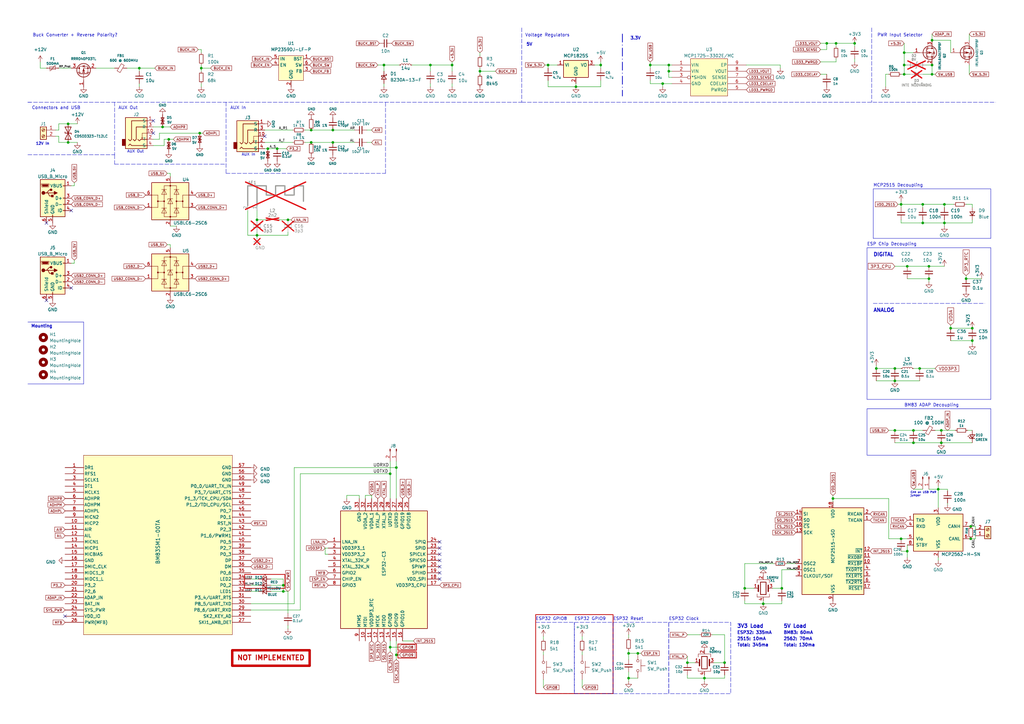
<source format=kicad_sch>
(kicad_sch (version 20230121) (generator eeschema)
  (paper "A3")
  (junction (at 105.41 96.52))
  (junction (at 369.57 220.98))
  (junction (at 109.855 60.96))
  (junction (at 382.27 26.67))
  (junction (at 386.08 181.61))
  (junction (at 374.65 181.61))
  (junction (at 384.81 200.66))
  (junction (at 57.15 27.94))
  (junction (at 266.7 26.67))
  (junction (at 367.03 151.13))
  (junction (at 160.02 194.31))
  (junction (at 160.02 265.43))
  (junction (at 136.525 58.42))
  (junction (at 378.46 83.82))
  (junction (at 341.63 204.47))
  (junction (at 377.19 151.13))
  (junction (at 370.84 21.59))
  (junction (at 274.32 29.21))
  (junction (at 339.09 17.78))
  (junction (at 113.665 60.96))
  (junction (at 382.27 16.51))
  (junction (at 382.27 30.48))
  (junction (at 257.81 278.13))
  (junction (at 69.215 57.15))
  (junction (at 105.41 90.17))
  (junction (at 176.53 26.67))
  (junction (at 118.11 90.17))
  (junction (at 387.35 83.82))
  (junction (at 350.52 17.78))
  (junction (at 116.205 242.57))
  (junction (at 367.03 176.53))
  (junction (at 387.35 91.44))
  (junction (at 370.84 26.67))
  (junction (at 246.38 26.67))
  (junction (at 297.18 271.78))
  (junction (at 396.24 114.3))
  (junction (at 389.89 134.62))
  (junction (at 27.94 58.42))
  (junction (at 398.78 139.7))
  (junction (at 378.46 91.44))
  (junction (at 288.925 278.13))
  (junction (at 185.42 26.67))
  (junction (at 236.22 35.56))
  (junction (at 261.62 267.97))
  (junction (at 313.055 247.65))
  (junction (at 374.65 176.53))
  (junction (at 162.56 191.77))
  (junction (at 224.79 26.67))
  (junction (at 398.145 215.9))
  (junction (at 271.78 34.29))
  (junction (at 281.94 271.78))
  (junction (at 381 114.3))
  (junction (at 367.03 156.21))
  (junction (at 398.145 220.98))
  (junction (at 136.525 53.34))
  (junction (at 359.41 151.13))
  (junction (at 370.84 30.48))
  (junction (at 162.56 268.605))
  (junction (at 257.81 267.97))
  (junction (at 81.915 54.61))
  (junction (at 157.48 26.67))
  (junction (at 372.11 109.22))
  (junction (at 127.635 53.34))
  (junction (at 369.57 83.82))
  (junction (at 27.94 50.8))
  (junction (at 274.32 26.67))
  (junction (at 196.85 29.21))
  (junction (at 116.205 240.03))
  (junction (at 305.435 241.3))
  (junction (at 82.55 27.94))
  (junction (at 342.9 17.78))
  (junction (at 381 109.22))
  (junction (at 386.08 176.53))
  (junction (at 320.675 241.3))
  (junction (at 127.635 58.42))
  (junction (at 66.675 52.07))
  (junction (at 398.78 134.62))
  (junction (at 372.11 226.06))
  (no_connect (at 180.34 234.95))
  (no_connect (at 180.34 227.33))
  (no_connect (at 180.34 232.41))
  (no_connect (at 180.34 229.87))
  (no_connect (at 62.865 49.53))
  (no_connect (at 180.34 237.49))
  (no_connect (at 19.05 91.44))
  (no_connect (at 108.585 55.88))
  (no_connect (at 180.34 222.25))
  (no_connect (at 180.34 224.79))
  (no_connect (at 29.21 86.36))
  (no_connect (at 26.67 252.73))
  (no_connect (at 62.865 54.61))
  (no_connect (at 19.05 123.19))
  (no_connect (at 29.21 118.11))
  (wire (pts (xy 382.27 26.67) (xy 382.27 30.48)))
  (wire (pts (xy 223.52 26.67) (xy 224.79 26.67)))
  (wire (pts (xy 389.89 133.35) (xy 389.89 134.62)))
  (wire (pts (xy 105.41 96.52) (xy 105.41 97.79)))
  (wire (pts (xy 142.24 203.2) (xy 147.32 203.2)))
  (wire (pts (xy 384.81 228.6) (xy 384.81 229.87)))
  (wire (pts (xy 372.11 228.6) (xy 372.11 226.06)))
  (wire (pts (xy 378.46 91.44) (xy 378.46 90.17)))
  (wire (pts (xy 369.57 85.09) (xy 369.57 83.82)))
  (wire (pts (xy 196.85 29.21) (xy 203.2 29.21)))
  (wire (pts (xy 62.865 59.69) (xy 67.31 59.69)))
  (wire (pts (xy 257.81 275.59) (xy 257.81 278.13)))
  (wire (pts (xy 369.57 83.82) (xy 378.46 83.82)))
  (wire (pts (xy 118.11 256.54) (xy 118.11 257.81)))
  (wire (pts (xy 387.35 83.82) (xy 391.16 83.82)))
  (wire (pts (xy 57.15 27.94) (xy 57.15 29.21)))
  (wire (pts (xy 162.56 268.605) (xy 162.56 270.51)))
  (wire (pts (xy 320.675 233.68) (xy 320.675 241.3)))
  (polyline (pts (xy 213.995 41.91) (xy 408.305 41.91)) (stroke (width 0) (type dash)))
  (wire (pts (xy 163.83 268.605) (xy 162.56 268.605)))
  (wire (pts (xy 275.59 31.75) (xy 274.32 31.75)))
  (wire (pts (xy 102.87 237.49) (xy 106.045 237.49)))
  (wire (pts (xy 125.095 58.42) (xy 127.635 58.42)))
  (wire (pts (xy 370.84 21.59) (xy 374.65 21.59)))
  (wire (pts (xy 364.49 204.47) (xy 364.49 220.98)))
  (wire (pts (xy 313.055 247.65) (xy 320.675 247.65)))
  (wire (pts (xy 30.48 107.95) (xy 30.48 106.68)))
  (wire (pts (xy 162.56 191.77) (xy 162.56 204.47)))
  (wire (pts (xy 68.58 100.33) (xy 69.85 100.33)))
  (wire (pts (xy 224.79 27.94) (xy 224.79 26.67)))
  (wire (pts (xy 105.41 90.17) (xy 109.22 90.17)))
  (wire (pts (xy 281.94 269.24) (xy 281.94 271.78)))
  (wire (pts (xy 387.35 91.44) (xy 378.46 91.44)))
  (wire (pts (xy 224.79 35.56) (xy 236.22 35.56)))
  (wire (pts (xy 169.545 262.89) (xy 165.1 262.89)))
  (wire (pts (xy 320.675 247.65) (xy 320.675 246.38)))
  (wire (pts (xy 363.22 30.48) (xy 364.49 30.48)))
  (wire (pts (xy 297.18 271.78) (xy 292.735 271.78)))
  (wire (pts (xy 246.38 27.94) (xy 246.38 26.67)))
  (wire (pts (xy 185.42 34.29) (xy 185.42 35.56)))
  (wire (pts (xy 369.57 30.48) (xy 370.84 30.48)))
  (wire (pts (xy 257.81 279.4) (xy 257.81 278.13)))
  (wire (pts (xy 374.65 151.13) (xy 377.19 151.13)))
  (wire (pts (xy 133.35 227.33) (xy 134.62 227.33)))
  (wire (pts (xy 397.51 26.67) (xy 397.51 30.48)))
  (wire (pts (xy 274.32 26.67) (xy 274.32 29.21)))
  (wire (pts (xy 350.52 17.78) (xy 350.52 19.05)))
  (wire (pts (xy 67.31 57.15) (xy 69.215 57.15)))
  (wire (pts (xy 185.42 26.67) (xy 185.42 29.21)))
  (wire (pts (xy 127.635 58.42) (xy 136.525 58.42)))
  (wire (pts (xy 389.89 16.51) (xy 382.27 16.51)))
  (wire (pts (xy 24.13 27.94) (xy 29.21 27.94)))
  (wire (pts (xy 382.27 13.97) (xy 382.27 16.51)))
  (wire (pts (xy 368.3 83.82) (xy 369.57 83.82)))
  (wire (pts (xy 39.37 27.94) (xy 46.99 27.94)))
  (wire (pts (xy 62.865 57.15) (xy 65.405 57.15)))
  (wire (pts (xy 281.94 271.78) (xy 285.115 271.78)))
  (wire (pts (xy 117.475 60.96) (xy 113.665 60.96)))
  (wire (pts (xy 69.85 71.12) (xy 69.85 72.39)))
  (polyline (pts (xy 358.14 124.46) (xy 403.86 124.46)) (stroke (width 0) (type dash)))
  (wire (pts (xy 387.35 91.44) (xy 387.35 92.71)))
  (polyline (pts (xy 255.27 13.97) (xy 255.27 39.37)) (stroke (width 0.3) (type dash_dot)))
  (wire (pts (xy 359.41 149.86) (xy 359.41 151.13)))
  (wire (pts (xy 297.18 260.35) (xy 292.1 260.35)))
  (wire (pts (xy 162.56 189.23) (xy 162.56 191.77)))
  (wire (pts (xy 359.41 151.13) (xy 367.03 151.13)))
  (wire (pts (xy 224.79 26.67) (xy 228.6 26.67)))
  (wire (pts (xy 123.19 250.19) (xy 123.19 194.31)))
  (wire (pts (xy 370.84 17.78) (xy 370.84 21.59)))
  (wire (pts (xy 123.19 194.31) (xy 160.02 194.31)))
  (wire (pts (xy 120.65 191.77) (xy 162.56 191.77)))
  (wire (pts (xy 111.125 240.03) (xy 116.205 240.03)))
  (wire (pts (xy 246.38 35.56) (xy 236.22 35.56)))
  (wire (pts (xy 367.03 156.21) (xy 377.19 156.21)))
  (wire (pts (xy 160.02 265.43) (xy 163.83 265.43)))
  (wire (pts (xy 24.13 58.42) (xy 27.94 58.42)))
  (wire (pts (xy 176.53 26.67) (xy 176.53 29.21)))
  (polyline (pts (xy 213.995 11.43) (xy 213.995 41.91)) (stroke (width 0) (type dash)))
  (wire (pts (xy 109.855 60.96) (xy 108.585 60.96)))
  (wire (pts (xy 65.405 54.61) (xy 81.915 54.61)))
  (wire (pts (xy 288.925 278.13) (xy 297.18 278.13)))
  (wire (pts (xy 22.86 53.34) (xy 24.13 53.34)))
  (wire (pts (xy 150.495 53.34) (xy 152.4 53.34)))
  (wire (pts (xy 381 115.57) (xy 381 114.3)))
  (wire (pts (xy 185.42 25.4) (xy 185.42 26.67)))
  (wire (pts (xy 105.41 96.52) (xy 118.11 96.52)))
  (wire (pts (xy 350.52 24.13) (xy 350.52 25.4)))
  (wire (pts (xy 257.81 267.97) (xy 257.81 270.51)))
  (wire (pts (xy 374.65 176.53) (xy 378.46 176.53)))
  (wire (pts (xy 160.02 267.335) (xy 160.02 265.43)))
  (wire (pts (xy 82.55 27.94) (xy 82.55 29.21)))
  (wire (pts (xy 377.19 151.13) (xy 383.54 151.13)))
  (wire (pts (xy 381 109.22) (xy 387.35 109.22)))
  (wire (pts (xy 281.94 278.13) (xy 281.94 276.86)))
  (wire (pts (xy 82.55 20.32) (xy 82.55 21.59)))
  (wire (pts (xy 288.925 278.13) (xy 288.925 276.86)))
  (wire (pts (xy 196.85 29.21) (xy 196.85 30.48)))
  (wire (pts (xy 147.32 203.2) (xy 147.32 204.47)))
  (wire (pts (xy 367.03 109.22) (xy 372.11 109.22)))
  (wire (pts (xy 116.205 242.57) (xy 111.125 242.57)))
  (wire (pts (xy 160.02 265.43) (xy 160.02 262.89)))
  (wire (pts (xy 397.51 13.97) (xy 397.51 16.51)))
  (wire (pts (xy 66.675 52.07) (xy 69.85 52.07)))
  (wire (pts (xy 271.78 34.29) (xy 275.59 34.29)))
  (wire (pts (xy 367.03 151.13) (xy 369.57 151.13)))
  (wire (pts (xy 400.05 220.98) (xy 400.05 219.71)))
  (wire (pts (xy 30.48 74.93) (xy 30.48 76.2)))
  (wire (pts (xy 398.78 83.82) (xy 398.78 85.09)))
  (wire (pts (xy 387.35 85.09) (xy 387.35 83.82)))
  (wire (pts (xy 102.87 250.19) (xy 123.19 250.19)))
  (wire (pts (xy 384.81 199.39) (xy 384.81 200.66)))
  (wire (pts (xy 29.21 107.95) (xy 30.48 107.95)))
  (wire (pts (xy 367.03 181.61) (xy 374.65 181.61)))
  (wire (pts (xy 136.525 58.42) (xy 145.415 58.42)))
  (wire (pts (xy 320.04 27.94) (xy 320.04 26.67)))
  (wire (pts (xy 176.53 34.29) (xy 176.53 35.56)))
  (wire (pts (xy 369.57 220.98) (xy 372.11 220.98)))
  (wire (pts (xy 359.41 156.21) (xy 367.03 156.21)))
  (wire (pts (xy 372.11 109.22) (xy 381 109.22)))
  (wire (pts (xy 369.57 82.55) (xy 369.57 83.82)))
  (wire (pts (xy 68.58 71.12) (xy 69.85 71.12)))
  (wire (pts (xy 101.6 96.52) (xy 105.41 96.52)))
  (wire (pts (xy 72.39 92.71) (xy 69.85 92.71)))
  (wire (pts (xy 305.435 247.65) (xy 305.435 246.38)))
  (polyline (pts (xy 46.99 41.91) (xy 46.99 63.5)) (stroke (width 0) (type dash)))
  (wire (pts (xy 398.78 139.7) (xy 398.78 140.97)))
  (wire (pts (xy 114.3 90.17) (xy 118.11 90.17)))
  (wire (pts (xy 222.885 262.255) (xy 222.885 260.985)))
  (wire (pts (xy 339.09 17.78) (xy 342.9 17.78)))
  (wire (pts (xy 120.65 247.65) (xy 120.65 191.77)))
  (wire (pts (xy 297.18 278.13) (xy 297.18 276.86)))
  (wire (pts (xy 116.205 240.03) (xy 116.205 242.57)))
  (wire (pts (xy 236.22 34.29) (xy 236.22 35.56)))
  (wire (pts (xy 389.89 139.7) (xy 398.78 139.7)))
  (wire (pts (xy 369.57 226.06) (xy 372.11 226.06)))
  (wire (pts (xy 142.24 203.2) (xy 142.24 204.47)))
  (wire (pts (xy 364.49 176.53) (xy 367.03 176.53)))
  (wire (pts (xy 118.11 251.46) (xy 118.11 242.57)))
  (wire (pts (xy 154.94 26.67) (xy 157.48 26.67)))
  (wire (pts (xy 157.48 26.67) (xy 163.83 26.67)))
  (wire (pts (xy 396.24 114.3) (xy 402.59 114.3)))
  (polyline (pts (xy 46.99 67.31) (xy 92.71 67.31)) (stroke (width 0) (type dash)))
  (wire (pts (xy 288.925 279.4) (xy 288.925 278.13)))
  (wire (pts (xy 266.7 34.29) (xy 271.78 34.29)))
  (wire (pts (xy 238.76 278.765) (xy 238.76 281.94)))
  (wire (pts (xy 274.32 26.67) (xy 275.59 26.67)))
  (wire (pts (xy 24.13 53.34) (xy 24.13 50.8)))
  (wire (pts (xy 238.76 262.255) (xy 238.76 260.985)))
  (wire (pts (xy 369.57 90.17) (xy 369.57 91.44)))
  (polyline (pts (xy 11.43 157.48) (xy 34.29 157.48)))
  (wire (pts (xy 266.7 26.67) (xy 274.32 26.67)))
  (wire (pts (xy 367.03 176.53) (xy 374.65 176.53)))
  (wire (pts (xy 127.635 53.34) (xy 136.525 53.34)))
  (wire (pts (xy 339.09 20.32) (xy 339.09 17.78)))
  (wire (pts (xy 222.885 267.335) (xy 222.885 268.605)))
  (wire (pts (xy 176.53 26.67) (xy 185.42 26.67)))
  (wire (pts (xy 322.58 231.14) (xy 326.39 231.14)))
  (wire (pts (xy 111.125 237.49) (xy 116.205 237.49)))
  (wire (pts (xy 67.31 59.69) (xy 67.31 57.15)))
  (wire (pts (xy 24.13 55.88) (xy 24.13 58.42)))
  (wire (pts (xy 288.925 278.13) (xy 281.94 278.13)))
  (wire (pts (xy 157.48 34.29) (xy 157.48 35.56)))
  (wire (pts (xy 257.81 261.62) (xy 257.81 260.35)))
  (wire (pts (xy 157.48 26.67) (xy 157.48 29.21)))
  (wire (pts (xy 118.11 95.25) (xy 118.11 96.52)))
  (wire (pts (xy 305.435 247.65) (xy 313.055 247.65)))
  (wire (pts (xy 374.65 181.61) (xy 386.08 181.61)))
  (wire (pts (xy 342.9 17.78) (xy 350.52 17.78)))
  (wire (pts (xy 125.095 53.34) (xy 127.635 53.34)))
  (wire (pts (xy 274.32 31.75) (xy 274.32 29.21)))
  (wire (pts (xy 387.35 91.44) (xy 387.35 90.17)))
  (wire (pts (xy 118.11 242.57) (xy 116.205 242.57)))
  (wire (pts (xy 397.51 215.9) (xy 398.145 215.9)))
  (wire (pts (xy 341.63 204.47) (xy 364.49 204.47)))
  (wire (pts (xy 320.04 26.67) (xy 306.07 26.67)))
  (wire (pts (xy 397.51 220.98) (xy 398.145 220.98)))
  (wire (pts (xy 222.885 278.765) (xy 222.885 281.94)))
  (wire (pts (xy 149.86 203.2) (xy 152.4 203.2)))
  (polyline (pts (xy 11.43 63.5) (xy 46.99 63.5)) (stroke (width 0) (type dash)))
  (wire (pts (xy 378.46 85.09) (xy 378.46 83.82)))
  (wire (pts (xy 27.94 58.42) (xy 31.75 58.42)))
  (wire (pts (xy 336.55 17.78) (xy 339.09 17.78)))
  (wire (pts (xy 71.12 57.15) (xy 69.215 57.15)))
  (wire (pts (xy 364.49 220.98) (xy 369.57 220.98)))
  (wire (pts (xy 243.84 26.67) (xy 246.38 26.67)))
  (polyline (pts (xy 92.71 71.12) (xy 158.115 71.12)) (stroke (width 0) (type dash)))
  (wire (pts (xy 246.38 25.4) (xy 246.38 26.67)))
  (wire (pts (xy 384.81 200.66) (xy 388.62 200.66)))
  (wire (pts (xy 384.81 200.66) (xy 384.81 208.28)))
  (wire (pts (xy 82.55 26.67) (xy 82.55 27.94)))
  (polyline (pts (xy 357.505 11.43) (xy 357.505 41.91)) (stroke (width 0) (type dash)))
  (wire (pts (xy 305.435 231.14) (xy 317.5 231.14)))
  (wire (pts (xy 387.35 91.44) (xy 398.78 91.44)))
  (wire (pts (xy 16.51 27.94) (xy 19.05 27.94)))
  (wire (pts (xy 196.85 21.59) (xy 196.85 22.86)))
  (wire (pts (xy 379.73 26.67) (xy 382.27 26.67)))
  (wire (pts (xy 398.145 220.98) (xy 400.05 220.98)))
  (wire (pts (xy 16.51 25.4) (xy 16.51 27.94)))
  (wire (pts (xy 108.585 58.42) (xy 120.015 58.42)))
  (wire (pts (xy 196.85 27.94) (xy 196.85 29.21)))
  (wire (pts (xy 52.07 27.94) (xy 57.15 27.94)))
  (wire (pts (xy 374.65 200.66) (xy 378.46 200.66)))
  (wire (pts (xy 370.84 26.67) (xy 370.84 30.48)))
  (wire (pts (xy 336.55 20.32) (xy 339.09 20.32)))
  (wire (pts (xy 83.185 54.61) (xy 81.915 54.61)))
  (wire (pts (xy 149.86 204.47) (xy 149.86 203.2)))
  (wire (pts (xy 372.11 226.06) (xy 372.11 223.52)))
  (wire (pts (xy 102.87 247.65) (xy 120.65 247.65)))
  (wire (pts (xy 271.78 35.56) (xy 271.78 34.29)))
  (wire (pts (xy 82.55 27.94) (xy 86.36 27.94)))
  (wire (pts (xy 370.84 26.67) (xy 372.11 26.67)))
  (wire (pts (xy 160.02 189.23) (xy 160.02 194.31)))
  (polyline (pts (xy 11.43 41.91) (xy 12.7 41.91)) (stroke (width 0) (type dash)))
  (wire (pts (xy 238.76 267.335) (xy 238.76 268.605)))
  (wire (pts (xy 396.875 176.53) (xy 398.78 176.53)))
  (wire (pts (xy 305.435 231.14) (xy 305.435 241.3)))
  (wire (pts (xy 388.62 207.01) (xy 388.62 206.375)))
  (wire (pts (xy 116.205 237.49) (xy 116.205 240.03)))
  (wire (pts (xy 369.57 91.44) (xy 378.46 91.44)))
  (wire (pts (xy 378.46 30.48) (xy 382.27 30.48)))
  (polyline (pts (xy 34.29 157.48) (xy 34.29 132.08)))
  (wire (pts (xy 29.21 76.2) (xy 30.48 76.2)))
  (wire (pts (xy 398.78 83.82) (xy 396.24 83.82)))
  (wire (pts (xy 287.02 260.35) (xy 281.94 260.35)))
  (wire (pts (xy 160.02 194.31) (xy 160.02 204.47)))
  (wire (pts (xy 261.62 267.97) (xy 262.89 267.97)))
  (polyline (pts (xy 11.43 41.91) (xy 213.995 41.91)) (stroke (width 0) (type dash)))
  (wire (pts (xy 388.62 200.66) (xy 388.62 201.295)))
  (wire (pts (xy 246.38 33.02) (xy 246.38 35.56)))
  (wire (pts (xy 82.55 34.29) (xy 82.55 35.56)))
  (wire (pts (xy 24.13 50.8) (xy 27.94 50.8)))
  (wire (pts (xy 57.15 35.56) (xy 57.15 34.29)))
  (wire (pts (xy 386.08 181.61) (xy 398.78 181.61)))
  (wire (pts (xy 372.11 114.3) (xy 381 114.3)))
  (wire (pts (xy 275.59 29.21) (xy 274.32 29.21)))
  (wire (pts (xy 168.91 26.67) (xy 176.53 26.67)))
  (wire (pts (xy 133.35 224.79) (xy 133.35 227.33)))
  (wire (pts (xy 105.41 86.36) (xy 105.41 90.17)))
  (wire (pts (xy 342.9 19.05) (xy 342.9 17.78)))
  (wire (pts (xy 363.22 30.48) (xy 363.22 35.56)))
  (wire (pts (xy 266.7 25.4) (xy 266.7 26.67)))
  (wire (pts (xy 342.9 25.4) (xy 342.9 24.13)))
  (wire (pts (xy 381 200.66) (xy 384.81 200.66)))
  (wire (pts (xy 398.145 215.9) (xy 400.05 215.9)))
  (polyline (pts (xy 11.43 132.08) (xy 34.29 132.08)))
  (wire (pts (xy 257.81 266.7) (xy 257.81 267.97)))
  (wire (pts (xy 370.84 21.59) (xy 370.84 26.67)))
  (wire (pts (xy 383.54 30.48) (xy 382.27 30.48)))
  (wire (pts (xy 150.495 58.42) (xy 152.4 58.42)))
  (wire (pts (xy 81.28 20.32) (xy 82.55 20.32)))
  (wire (pts (xy 316.865 241.3) (xy 320.675 241.3)))
  (wire (pts (xy 266.7 26.67) (xy 266.7 27.94)))
  (wire (pts (xy 389.89 21.59) (xy 389.89 16.51)))
  (wire (pts (xy 136.525 53.34) (xy 145.415 53.34)))
  (wire (pts (xy 336.55 25.4) (xy 342.9 25.4)))
  (wire (pts (xy 396.24 113.03) (xy 396.24 114.3)))
  (wire (pts (xy 108.585 53.34) (xy 120.015 53.34)))
  (wire (pts (xy 27.94 50.8) (xy 31.75 50.8)))
  (wire (pts (xy 65.405 57.15) (xy 65.405 54.61)))
  (wire (pts (xy 370.84 30.48) (xy 373.38 30.48)))
  (wire (pts (xy 297.18 260.35) (xy 297.18 271.78)))
  (wire (pts (xy 102.87 240.03) (xy 106.045 240.03)))
  (wire (pts (xy 105.41 96.52) (xy 105.41 95.25)))
  (wire (pts (xy 69.85 100.33) (xy 69.85 101.6)))
  (wire (pts (xy 326.39 233.68) (xy 320.675 233.68)))
  (wire (pts (xy 113.665 60.96) (xy 109.855 60.96)))
  (wire (pts (xy 341.63 203.2) (xy 341.63 204.47)))
  (wire (pts (xy 257.81 278.13) (xy 261.62 278.13)))
  (wire (pts (xy 266.7 33.02) (xy 266.7 34.29)))
  (wire (pts (xy 400.05 215.9) (xy 400.05 217.17)))
  (wire (pts (xy 336.55 30.48) (xy 339.09 30.48)))
  (wire (pts (xy 305.435 241.3) (xy 309.245 241.3)))
  (wire (pts (xy 341.63 205.74) (xy 341.63 204.47)))
  (polyline (pts (xy 92.71 41.91) (xy 92.71 71.12)) (stroke (width 0) (type dash)))
  (wire (pts (xy 62.865 52.07) (xy 66.675 52.07)))
  (wire (pts (xy 133.35 224.79) (xy 134.62 224.79)))
  (wire (pts (xy 386.08 176.53) (xy 391.795 176.53)))
  (wire (pts (xy 118.11 90.17) (xy 119.38 90.17)))
  (wire (pts (xy 313.055 246.38) (xy 313.055 247.65)))
  (wire (pts (xy 101.6 86.36) (xy 101.6 96.52)))
  (polyline (pts (xy 158.115 71.12) (xy 158.115 41.91)) (stroke (width 0) (type dash)))
  (wire (pts (xy 102.87 242.57) (xy 106.045 242.57)))
  (wire (pts (xy 162.56 262.89) (xy 162.56 268.605)))
  (wire (pts (xy 398.78 91.44) (xy 398.78 90.17)))
  (wire (pts (xy 152.4 203.2) (xy 152.4 204.47)))
  (wire (pts (xy 257.81 267.97) (xy 261.62 267.97)))
  (wire (pts (xy 224.79 33.02) (xy 224.79 35.56)))
  (wire (pts (xy 383.54 176.53) (xy 386.08 176.53)))
  (wire (pts (xy 22.86 55.88) (xy 24.13 55.88)))
  (polyline (pts (xy 46.99 63.5) (xy 46.99 67.31)) (stroke (width 0) (type dash)))
  (wire (pts (xy 57.15 27.94) (xy 63.5 27.94)))
  (wire (pts (xy 389.89 134.62) (xy 398.78 134.62)))
  (wire (pts (xy 378.46 83.82) (xy 387.35 83.82)))
  (rectangle (start 163.195 267.335) (end 170.815 269.875) (stroke (width 0.3) (color 194 0 0 1)))
  (rectangle (start 251.46 255.27) (end 274.32 284.48) (stroke (width 0) (type dash)))
  (rectangle (start 95.25 266.7) (end 127 273.05) (stroke (width 1) (color 194 0 0 1)))
  (rectangle (start 219.71 255.27) (end 235.585 284.48) (stroke (width 0) (type dash)))
  (rectangle (start 219.71 252.095) (end 251.46 284.48) (stroke (width 0.3) (color 194 0 0 1)))
  (rectangle (start 274.32 255.27) (end 299.72 284.48) (stroke (width 0) (type dash)))
  (rectangle (start 355.6 101.6) (end 406.4 163.83))
  (rectangle (start 100.33 235.585) (end 116.84 241.3) (stroke (width 0.3) (color 194 0 0 1)))
  (rectangle (start 235.585 255.27) (end 251.46 284.48) (stroke (width 0) (type dash)))
  (rectangle (start 163.195 264.16) (end 170.815 266.7) (stroke (width 0.3) (color 194 0 0 1)))
  (rectangle (start 358.14 77.47) (end 406.4 97.79))
  (rectangle (start 355.6 167.64) (end 406.4 186.69))
  (text "Total: 345ma" (at 302.26 265.43 0) (effects (font (size 1.27 1.27) bold) (justify left bottom)))
  (text "* Förhindra backfeed av switchad regulator????" (at 431.8 15.24 0) (effects (font (size 1.27 1.27)) (justify left bottom)))
  (text "* MCP2515 Kopplad till ESP" (at 430.53 251.46 0) (effects (font (size 1.27 1.27)) (justify left bottom)))
  (text "ESP32 GPIO8" (at 219.71 254.635 0) (effects (font (size 1.27 1.27)) (justify left bottom)))
  (text "NOT IMPLEMENTED" (at 97.155 271.145 0) (effects (font (size 2 2) bold) (justify left bottom)))
  (text "CAN on USB PWR\njumper" (at 373.38 203.835 0) (effects (font (size 0.8 0.8)) (justify left bottom)))
  (text "* Reverse polarity protection med MOSFET" (at 431.8 17.78 0) (effects (font (size 1.27 1.27)) (justify left bottom)))
  (text "AUX In\n" (at 104.775 64.135 0) (effects (font (size 1.1 1.1)) (justify right bottom)))
  (text "Voltage Regulators" (at 233.68 15.24 0) (effects (font (size 1.27 1.27)) (justify right bottom)))
  (text "BM83: 60mA" (at 321.31 260.35 0) (effects (font (size 1.27 1.27) bold) (justify left bottom)))
  (text "* Designa egen switchad regulator" (at 431.8 12.7 0) (effects (font (size 1.27 1.27)) (justify left bottom)))
  (text "Utmaningar i projektet" (at 430.53 2.54 0) (effects (font (size 1.27 1.27) (thickness 0.254) bold) (justify left bottom)))
  (text "* MCP2515 Decoupling" (at 430.53 248.92 0) (effects (font (size 1.27 1.27)) (justify left bottom)))
  (text "2562: 70mA" (at 321.31 262.89 0) (effects (font (size 1.27 1.27) bold) (justify left bottom)))
  (text "12V In\n" (at 20.32 59.69 0) (effects (font (size 1.1 1.1) (thickness 0.22) bold) (justify right bottom)))
  (text "5V" (at 218.44 19.05 0) (effects (font (size 1.27 1.27) (thickness 0.254) bold) (justify right bottom)))
  (text "Mounting" (at 12.7 134.62 0) (effects (font (size 1.27 1.27) (thickness 0.254) bold) (justify left bottom)))
  (text "ESP Chip Decoupling" (at 355.6 100.965 0) (effects (font (size 1.27 1.27)) (justify left bottom)))
  (text "* Backfeed av LDO (Parasitisk Diod)" (at 431.8 5.08 0) (effects (font (size 1.27 1.27)) (justify left bottom)))
  (text "AUX Out" (at 56.515 45.085 0) (effects (font (size 1.27 1.27)) (justify right bottom)))
  (text "DIGITAL" (at 358.14 105.41 0) (effects (font (size 1.5 1.5) (thickness 0.3) bold) (justify left bottom)))
  (text "AUX Out\n" (at 59.055 62.865 0) (effects (font (size 1.1 1.1)) (justify right bottom)))
  (text "3V3 Load" (at 302.26 257.81 0) (effects (font (size 1.5 1.5) (thickness 0.3) bold) (justify left bottom)))
  (text "AUX In" (at 100.965 45.085 0) (effects (font (size 1.27 1.27)) (justify right bottom)))
  (text "Checklist" (at 430.53 238.76 0) (effects (font (size 1.27 1.27) (thickness 0.254) bold) (justify left bottom)))
  (text "* LDO 5V Backfeed" (at 430.53 259.08 0) (effects (font (size 1.27 1.27)) (justify left bottom)))
  (text "5V Load" (at 321.31 257.81 0) (effects (font (size 1.5 1.5) (thickness 0.3) bold) (justify left bottom)))
  (text "MCP2515 Decoupling" (at 358.14 76.835 0) (effects (font (size 1.27 1.27)) (justify left bottom)))
  (text "* Välja LDO utifrån termiska egenskaper" (at 431.8 7.62 0) (effects (font (size 1.27 1.27)) (justify left bottom)))
  (text "* BM83 Kopplad till ESP" (at 430.53 256.54 0) (effects (font (size 1.27 1.27)) (justify left bottom)))
  (text "BM83 ADAP Decoupling" (at 370.84 167.005 0) (effects (font (size 1.27 1.27)) (justify left bottom)))
  (text "2515: 10mA" (at 302.26 262.89 0) (effects (font (size 1.27 1.27) bold) (justify left bottom)))
  (text "PWR Input Selector" (at 378.46 15.24 0) (effects (font (size 1.27 1.27)) (justify right bottom)))
  (text "* ESP32 Decoupling" (at 430.53 241.3 0) (effects (font (size 1.27 1.27)) (justify left bottom)))
  (text "* Dämpa transienter med TVS dioder" (at 431.8 20.32 0) (effects (font (size 1.27 1.27)) (justify left bottom)))
  (text "3.3V" (at 262.89 16.51 0) (effects (font (size 1.27 1.27) (thickness 0.254) bold) (justify right bottom)))
  (text "ESP32 GPIO9" (at 235.585 254.635 0) (effects (font (size 1.27 1.27)) (justify left bottom)))
  (text "ANALOG" (at 358.14 128.27 0) (effects (font (size 1.5 1.5) (thickness 0.3) bold) (justify left bottom)))
  (text "Buck Converter + Reverse Polarity?" (at 48.26 15.24 0) (effects (font (size 1.27 1.27)) (justify right bottom)))
  (text "Connectors and USB" (at 33.02 45.085 0) (effects (font (size 1.27 1.27)) (justify right bottom)))
  (text "* BM83 Decoupling" (at 430.53 254 0) (effects (font (size 1.27 1.27)) (justify left bottom)))
  (text "* Buck Backfeed" (at 430.53 261.62 0) (effects (font (size 1.27 1.27)) (justify left bottom)))
  (text "* MCP2562 Kopplad till MCP2515" (at 430.53 246.38 0) (effects (font (size 1.27 1.27)) (justify left bottom)))
  (text "ESP32 Clock" (at 274.32 254.635 0) (effects (font (size 1.27 1.27)) (justify left bottom)))
  (text "* MCP2562 Decoupling" (at 430.53 243.84 0) (effects (font (size 1.27 1.27)) (justify left bottom)))
  (text "Total: 130ma" (at 321.31 265.43 0) (effects (font (size 1.27 1.27) bold) (justify left bottom)))
  (text "ESP32 Reset" (at 251.46 254.635 0) (effects (font (size 1.27 1.27)) (justify left bottom)))
  (text "ESP32: 335mA" (at 302.26 260.35 0) (effects (font (size 1.27 1.27) bold) (justify left bottom)))
  (text "* Designa utefter spec-sheet" (at 431.8 10.16 0) (effects (font (size 1.27 1.27)) (justify left bottom)))
  (label "U0TXD" (at 153.035 194.31 0))
  (label "U0RXD" (at 153.035 191.77 0))
  (label "LED2" (at 103.505 237.49 180) (effects (font (size 0.8 0.8))))
  (label "A_T" (at 114.3 58.42 0) (effects (font (size 1 1))))
  (label "RP_Prot" (at 24.13 27.94 0) (effects (font (size 0.8 0.8))))
  (label "A_S" (at 110.49 60.96 0) (effects (font (size 1 1))))
  (label "XTAL_MCP2" (at 322.58 231.14 0) (effects (font (size 0.6 0.6))))
  (label "AL" (at 143.51 58.42 0) (effects (font (size 1 1))))
  (label "XTAL_MCP1" (at 322.58 233.68 0) (effects (font (size 0.6 0.6))))
  (label "AR" (at 143.51 53.34 0) (effects (font (size 1 1))))
  (label "CANH" (at 400.05 215.9 90) (effects (font (size 1 1))))
  (label "XTAL_MCP_IN" (at 311.15 231.14 0) (effects (font (size 0.6 0.6))))
  (label "A_R1" (at 114.3 53.34 0) (effects (font (size 1 1))))
  (label "AI_Ind" (at 104.14 240.03 180) (effects (font (size 0.8 0.8))))
  (label "LED1" (at 103.505 242.57 180) (effects (font (size 0.8 0.8))))
  (label "CANL" (at 400.05 220.98 270) (effects (font (size 1 1))))
  (global_label "AIL" (shape input) (at 26.67 219.71 180) (effects (font (size 1 1))) (property "Intersheetrefs" "${INTERSHEET_REFS}" (effects hide)))
  (global_label "TXCAN" (shape input) (at 356.87 213.36 0) (effects (font (size 1 1))) (property "Intersheetrefs" "${INTERSHEET_REFS}" (effects hide)))
  (global_label "BUCK_EN" (shape input) (at 86.36 27.94 0) (effects (font (size 1 1))) (property "Intersheetrefs" "${INTERSHEET_REFS}" (effects hide)))
  (global_label "USB_CONN_D+" (shape input) (at 29.21 81.28 0) (effects (font (size 1 1))) (property "Intersheetrefs" "${INTERSHEET_REFS}" (effects hide)))
  (global_label "SW_USB" (shape input) (at 266.7 25.4 90) (effects (font (size 1 1))) (property "Intersheetrefs" "${INTERSHEET_REFS}" (effects hide)))
  (global_label "P3_2" (shape input) (at 26.67 240.03 180) (effects (font (size 1 1))) (property "Intersheetrefs" "${INTERSHEET_REFS}" (effects hide)))
  (global_label "BUCK_FB" (shape input) (at 127 29.21 0) (effects (font (size 1 1))) (property "Intersheetrefs" "${INTERSHEET_REFS}" (effects hide)))
  (global_label "INT_2515" (shape input) (at 356.87 226.06 0) (effects (font (size 1 1))) (property "Intersheetrefs" "${INTERSHEET_REFS}" (effects hide)))
  (global_label "3P3_CPU" (shape input) (at 180.34 240.03 0) (effects (font (size 1 1))) (property "Intersheetrefs" "${INTERSHEET_REFS}" (effects hide)))
  (global_label "SI_2515" (shape input) (at 154.94 262.89 270) (effects (font (size 1 1))) (property "Intersheetrefs" "${INTERSHEET_REFS}" (effects hide)))
  (global_label "ADAP_IN" (shape input) (at 388.62 176.53 90) (effects (font (size 1 1))) (property "Intersheetrefs" "${INTERSHEET_REFS}" (effects hide)))
  (global_label "USB_5V" (shape input) (at 30.48 74.93 90) (effects (font (size 1 1))) (property "Intersheetrefs" "${INTERSHEET_REFS}" (effects hide)))
  (global_label "RXCAN" (shape input) (at 372.11 215.9 180) (effects (font (size 1 1))) (property "Intersheetrefs" "${INTERSHEET_REFS}" (effects hide)))
  (global_label "USB2_CONN_D-" (shape input) (at 29.21 115.57 0) (effects (font (size 1 1))) (property "Intersheetrefs" "${INTERSHEET_REFS}" (effects hide)))
  (global_label "USB2_D-" (shape input) (at 102.87 232.41 0) (effects (font (size 1 1))) (property "Intersheetrefs" "${INTERSHEET_REFS}" (effects hide)))
  (global_label "AOHPR" (shape input) (at 26.67 204.47 180) (effects (font (size 1 1))) (property "Intersheetrefs" "${INTERSHEET_REFS}" (effects hide)))
  (global_label "GPIO8" (shape input) (at 163.83 265.43 0) (effects (font (size 1 1))) (property "Intersheetrefs" "${INTERSHEET_REFS}" (effects hide)))
  (global_label "SW_USB" (shape input) (at 374.65 200.66 90) (effects (font (size 1 1))) (property "Intersheetrefs" "${INTERSHEET_REFS}" (effects hide)))
  (global_label "P3_2" (shape input) (at 117.475 60.96 0) (effects (font (size 1 1))) (property "Intersheetrefs" "${INTERSHEET_REFS}" (effects hide)))
  (global_label "ADAP_IN" (shape input) (at 382.27 13.97 0) (effects (font (size 1 1))) (property "Intersheetrefs" "${INTERSHEET_REFS}" (effects hide)))
  (global_label "SO_2515" (shape input) (at 157.48 262.89 270) (effects (font (size 1 1))) (property "Intersheetrefs" "${INTERSHEET_REFS}" (effects hide)))
  (global_label "LD33_CDELAY" (shape input) (at 336.55 30.48 180) (effects (font (size 1 1))) (property "Intersheetrefs" "${INTERSHEET_REFS}" (effects hide)))
  (global_label "SW_5.3V" (shape input) (at 397.51 30.48 0) (effects (font (size 1 1))) (property "Intersheetrefs" "${INTERSHEET_REFS}" (effects hide)))
  (global_label "AOHPM" (shape input) (at 26.67 207.01 180) (effects (font (size 1 1))) (property "Intersheetrefs" "${INTERSHEET_REFS}" (effects hide)))
  (global_label "USB2_CONN_D+" (shape input) (at 80.01 114.3 0) (effects (font (size 1 1))) (property "Intersheetrefs" "${INTERSHEET_REFS}" (effects hide)))
  (global_label "USB2_CONN_D-" (shape input) (at 59.69 114.3 180) (effects (font (size 1 1))) (property "Intersheetrefs" "${INTERSHEET_REFS}" (effects hide)))
  (global_label "GPIO8" (shape input) (at 222.885 281.94 0) (effects (font (size 1 1))) (property "Intersheetrefs" "${INTERSHEET_REFS}" (effects hide)))
  (global_label "BUCK_SW" (shape input) (at 154.94 26.67 180) (effects (font (size 1 1))) (property "Intersheetrefs" "${INTERSHEET_REFS}" (effects hide)))
  (global_label "VDD3P3" (shape input) (at 133.35 224.79 180) (effects (font (size 1 1))) (property "Intersheetrefs" "${INTERSHEET_REFS}" (effects hide)))
  (global_label "XTAL_N" (shape input) (at 281.94 269.24 180) (effects (font (size 1 1))) (property "Intersheetrefs" "${INTERSHEET_REFS}" (effects hide)))
  (global_label "VDDA" (shape input) (at 389.89 133.35 90) (property "Intersheetrefs" "${INTERSHEET_REFS}" (effects hide)))
  (global_label "USB2_D-" (shape input) (at 59.69 109.22 180) (effects (font (size 1 1))) (property "Intersheetrefs" "${INTERSHEET_REFS}" (effects hide)))
  (global_label "SI_2515" (shape input) (at 326.39 210.82 180) (effects (font (size 1 1))) (property "Intersheetrefs" "${INTERSHEET_REFS}" (effects hide)))
  (global_label "SW_USB" (shape input) (at 383.54 30.48 0) (effects (font (size 1 1))) (property "Intersheetrefs" "${INTERSHEET_REFS}" (effects hide)))
  (global_label "CS_2515" (shape input) (at 160.02 267.335 270) (effects (font (size 1 1))) (property "Intersheetrefs" "${INTERSHEET_REFS}" (effects hide)))
  (global_label "GPIO9" (shape input) (at 163.83 268.605 0) (effects (font (size 1 1))) (property "Intersheetrefs" "${INTERSHEET_REFS}" (effects hide)))
  (global_label "+5.3V" (shape input) (at 196.85 21.59 90) (effects (font (size 1 1))) (property "Intersheetrefs" "${INTERSHEET_REFS}" (effects hide)))
  (global_label "AOHPL" (shape input) (at 83.185 54.61 0) (effects (font (size 1 1))) (property "Intersheetrefs" "${INTERSHEET_REFS}" (effects hide)))
  (global_label "XTAL_P" (shape input) (at 154.94 204.47 90) (effects (font (size 1 1))) (property "Intersheetrefs" "${INTERSHEET_REFS}" (effects hide)))
  (global_label "LD33_PWRGD" (shape input) (at 336.55 25.4 180) (effects (font (size 1 1))) (property "Intersheetrefs" "${INTERSHEET_REFS}" (effects hide)))
  (global_label "ESP_EN" (shape input) (at 262.89 267.97 0) (effects (font (size 1 1))) (property "Intersheetrefs" "${INTERSHEET_REFS}" (effects hide)))
  (global_label "RXCAN" (shape input) (at 356.87 210.82 0) (effects (font (size 1 1))) (property "Intersheetrefs" "${INTERSHEET_REFS}" (effects hide)))
  (global_label "USB_5V" (shape input) (at 364.49 176.53 180) (effects (font (size 1 1))) (property "Intersheetrefs" "${INTERSHEET_REFS}" (effects hide)))
  (global_label "BUCK_IN" (shape input) (at 111.76 24.13 180) (effects (font (size 1 1))) (property "Intersheetrefs" "${INTERSHEET_REFS}" (effects hide)))
  (global_label "BUCK_SW" (shape input) (at 160.655 17.78 0) (effects (font (size 1 1))) (property "Intersheetrefs" "${INTERSHEET_REFS}" (effects hide)))
  (global_label "USB_CONN_D-" (shape input) (at 29.21 83.82 0) (effects (font (size 1 1))) (property "Intersheetrefs" "${INTERSHEET_REFS}" (effects hide)))
  (global_label "LD33_VOUT" (shape input) (at 306.07 29.21 0) (effects (font (size 1 1))) (property "Intersheetrefs" "${INTERSHEET_REFS}" (effects hide)))
  (global_label "VDD_2515" (shape input) (at 341.63 203.2 90) (effects (font (size 1 1))) (property "Intersheetrefs" "${INTERSHEET_REFS}" (effects hide)))
  (global_label "USB_CONN_D-" (shape input) (at 59.69 85.09 180) (effects (font (size 1 1))) (property "Intersheetrefs" "${INTERSHEET_REFS}" (effects hide)))
  (global_label "USB_CONN_D+" (shape input) (at 80.01 85.09 0) (effects (font (size 1 1))) (property "Intersheetrefs" "${INTERSHEET_REFS}" (effects hide)))
  (global_label "BUCK_EN" (shape input) (at 111.76 26.67 180) (effects (font (size 1 1))) (property "Intersheetrefs" "${INTERSHEET_REFS}" (effects hide)))
  (global_label "3P3_RTC" (shape input) (at 396.24 113.03 90) (property "Intersheetrefs" "${INTERSHEET_REFS}" (effects hide)))
  (global_label "MFB" (shape input) (at 134.62 234.95 180) (effects (font (size 1 1))) (property "Intersheetrefs" "${INTERSHEET_REFS}" (effects hide)))
  (global_label "RST_N" (shape input) (at 134.62 240.03 180) (effects (font (size 1 1))) (property "Intersheetrefs" "${INTERSHEET_REFS}" (effects hide)))
  (global_label "LD33_SENSE" (shape input) (at 306.07 31.75 0) (effects (font (size 1 1))) (property "Intersheetrefs" "${INTERSHEET_REFS}" (effects hide)))
  (global_label "LD33_PWRGD" (shape input) (at 306.07 36.83 0) (effects (font (size 1 1))) (property "Intersheetrefs" "${INTERSHEET_REFS}" (effects hide)))
  (global_label "LD33_CDELAY" (shape input) (at 306.07 34.29 0) (effects (font (size 1 1))) (property "Intersheetrefs" "${INTERSHEET_REFS}" (effects hide)))
  (global_label "LD33_SENSE" (shape input) (at 336.55 20.32 180) (effects (font (size 1 1))) (property "Intersheetrefs" "${INTERSHEET_REFS}" (effects hide)))
  (global_label "AIL" (shape input) (at 152.4 58.42 0) (effects (font (size 1 1))) (property "Intersheetrefs" "${INTERSHEET_REFS}" (effects hide)))
  (global_label "BUCK_BST" (shape input) (at 127 24.13 0) (effects (font (size 1 1))) (property "Intersheetrefs" "${INTERSHEET_REFS}" (effects hide)))
  (global_label "+5.3V" (shape input) (at 370.84 17.78 180) (effects (font (size 1 1))) (property "Intersheetrefs" "${INTERSHEET_REFS}" (effects hide)))
  (global_label "LD33_VOUT" (shape input) (at 336.55 17.78 180) (effects (font (size 1 1))) (property "Intersheetrefs" "${INTERSHEET_REFS}" (effects hide)))
  (global_label "ADAP_IN" (shape input) (at 26.67 245.11 180) (effects (font (size 1 1))) (property "Intersheetrefs" "${INTERSHEET_REFS}" (effects hide)))
  (global_label "+5.3V" (shape input) (at 185.42 25.4 90) (effects (font (size 1 1))) (property "Intersheetrefs" "${INTERSHEET_REFS}" (effects hide)))
  (global_label "USB2_D+" (shape input) (at 80.01 109.22 0) (effects (font (size 1 1))) (property "Intersheetrefs" "${INTERSHEET_REFS}" (effects hide)))
  (global_label "TXCAN" (shape input) (at 372.11 213.36 180) (effects (font (size 1 1))) (property "Intersheetrefs" "${INTERSHEET_REFS}" (effects hide)))
  (global_label "GPIO9" (shape input) (at 238.76 281.94 0) (effects (font (size 1 1))) (property "Intersheetrefs" "${INTERSHEET_REFS}" (effects hide)))
  (global_label "USB_5V" (shape input) (at 68.58 71.12 180) (effects (font (size 1 1))) (property "Intersheetrefs" "${INTERSHEET_REFS}" (effects hide)))
  (global_label "AOHPR" (shape input) (at 69.85 52.07 0) (effects (font (size 1 1))) (property "Intersheetrefs" "${INTERSHEET_REFS}" (effects hide)))
  (global_label "USB2_CONN_D+" (shape input) (at 29.21 113.03 0) (effects (font (size 1 1))) (property "Intersheetrefs" "${INTERSHEET_REFS}" (effects hide)))
  (global_label "USB_5V" (shape input) (at 30.48 106.68 90) (effects (font (size 1 1))) (property "Intersheetrefs" "${INTERSHEET_REFS}" (effects hide)))
  (global_label "AOHPM" (shape input) (at 71.12 57.15 0) (effects (font (size 1 1))) (property "Intersheetrefs" "${INTERSHEET_REFS}" (effects hide)))
  (global_label "MFB" (shape input) (at 26.67 255.27 180) (effects (font (size 1 1))) (property "Intersheetrefs" "${INTERSHEET_REFS}" (effects hide)))
  (global_label "USB2_D+" (shape input) (at 102.87 229.87 0) (effects (font (size 1 1))) (property "Intersheetrefs" "${INTERSHEET_REFS}" (effects hide)))
  (global_label "AIR" (shape input) (at 26.67 217.17 180) (effects (font (size 1 1))) (property "Intersheetrefs" "${INTERSHEET_REFS}" (effects hide)))
  (global_label "USB_D-" (shape input) (at 59.69 80.01 180) (effects (font (size 1 1))) (property "Intersheetrefs" "${INTERSHEET_REFS}" (effects hide)))
  (global_label "USB_D-" (shape input) (at 167.64 204.47 90) (effects (font (size 1 1))) (property "Intersheetrefs" "${INTERSHEET_REFS}" (effects hide)))
  (global_label "BUCK_FB" (shape input) (at 203.2 29.21 0) (effects (font (size 1 1))) (property "Intersheetrefs" "${INTERSHEET_REFS}" (effects hide)))
  (global_label "SYS_PWR" (shape input) (at 118.11 242.57 90) (effects (font (size 1 1))) (property "Intersheetrefs" "${INTERSHEET_REFS}" (effects hide)))
  (global_label "SW_5.3V" (shape input) (at 223.52 26.67 180) (effects (font (size 1 1))) (property "Intersheetrefs" "${INTERSHEET_REFS}" (effects hide)))
  (global_label "BUCK_IN" (shape input) (at 81.28 20.32 180) (effects (font (size 1 1))) (property "Intersheetrefs" "${INTERSHEET_REFS}" (effects hide)))
  (global_label "SO_2515" (shape input) (at 326.39 213.36 180) (effects (font (size 1 1))) (property "Intersheetrefs" "${INTERSHEET_REFS}" (effects hide)))
  (global_label "+5.3V" (shape input) (at 397.51 13.97 0) (effects (font (size 1 1))) (property "Intersheetrefs" "${INTERSHEET_REFS}" (effects hide)))
  (global_label "ESP_EN" (shape input) (at 134.62 237.49 180) (effects (font (size 1 1))) (property "Intersheetrefs" "${INTERSHEET_REFS}" (effects hide)))
  (global_label "XTAL_N" (shape input) (at 157.48 204.47 90) (effects (font (size 1 1))) (property "Intersheetrefs" "${INTERSHEET_REFS}" (effects hide)))
  (global_label "AOHPL" (shape input) (at 26.67 209.55 180) (effects (font (size 1 1))) (property "Intersheetrefs" "${INTERSHEET_REFS}" (effects hide)))
  (global_label "INT_2515" (shape input) (at 169.545 262.89 0) (effects (font (size 1 1))) (property "Intersheetrefs" "${INTERSHEET_REFS}" (effects hide)))
  (global_label "VDDA" (shape input) (at 152.4 203.2 90) (effects (font (size 1 1))) (property "Intersheetrefs" "${INTERSHEET_REFS}" (effects hide)))
  (global_label "USB_D+" (shape input) (at 165.1 204.47 90) (effects (font (size 1 1))) (property "Intersheetrefs" "${INTERSHEET_REFS}" (effects hide)))
  (global_label "SCK_2515" (shape input) (at 162.56 270.51 270) (effects (font (size 1 1))) (property "Intersheetrefs" "${INTERSHEET_REFS}" (effects hide)))
  (global_label "SYS_PWR" (shape input) (at 26.67 250.19 180) (effects (font (size 1 1))) (property "Intersheetrefs" "${INTERSHEET_REFS}" (effects hide)))
  (global_label "BUCK_IN" (shape input) (at 63.5 27.94 0) (effects (font (size 1 1))) (property "Intersheetrefs" "${INTERSHEET_REFS}" (effects hide)))
  (global_label "VDD3P3" (shape input) (at 383.54 151.13 0) (property "Intersheetrefs" "${INTERSHEET_REFS}" (effects hide)))
  (global_label "LNA_IN" (shape input) (at 134.62 222.25 180) (effects (font (size 1 1))) (property "Intersheetrefs" "${INTERSHEET_REFS}" (effects hide)))
  (global_label "XTAL_P" (shape input) (at 281.94 260.35 180) (effects (font (size 1 1))) (property "Intersheetrefs" "${INTERSHEET_REFS}" (effects hide)))
  (global_label "BUCK_SW" (shape input) (at 127 26.67 0) (effects (font (size 1 1))) (property "Intersheetrefs" "${INTERSHEET_REFS}" (effects hide)))
  (global_label "3P3_CPU" (shape input) (at 367.03 109.22 180) (property "Intersheetrefs" "${INTERSHEET_REFS}" (effects hide)))
  (global_label "USB_5V" (shape input) (at 68.58 100.33 180) (effects (font (size 1 1))) (property "Intersheetrefs" "${INTERSHEET_REFS}" (effects hide)))
  (global_label "AIR" (shape input) (at 152.4 53.34 0) (effects (font (size 1 1))) (property "Intersheetrefs" "${INTERSHEET_REFS}" (effects hide)))
  (global_label "RST_N" (shape input) (at 102.87 214.63 0) (effects (font (size 1 1))) (property "Intersheetrefs" "${INTERSHEET_REFS}" (effects hide)))
  (global_label "SCK_2515" (shape input) (at 326.39 218.44 180) (effects (font (size 1 1))) (property "Intersheetrefs" "${INTERSHEET_REFS}" (effects hide)))
  (global_label "BUCK_BST" (shape input) (at 155.575 17.78 180) (effects (font (size 1 1))) (property "Intersheetrefs" "${INTERSHEET_REFS}" (effects hide)))
  (global_label "VDD_2515" (shape input) (at 368.3 83.82 180) (effects (font (size 1 1))) (property "Intersheetrefs" "${INTERSHEET_REFS}" (effects hide)))
  (global_label "CS_2515" (shape input) (at 326.39 215.9 180) (effects (font (size 1 1))) (property "Intersheetrefs" "${INTERSHEET_REFS}" (effects hide)))
  (global_label "USB_D+" (shape input) (at 80.01 80.01 0) (effects (font (size 1 1))) (property "Intersheetrefs" "${INTERSHEET_REFS}" (effects hide)))
  (global_label "LNA_IN" (shape input) (at 119.38 90.17 0) (effects (font (size 1 1))) (property "Intersheetrefs" "${INTERSHEET_REFS}" (effects hide)))
  (global_label "3P3_RTC" (shape input) (at 152.4 262.89 270) (effects (font (size 1 1))) (property "Intersheetrefs" "${INTERSHEET_REFS}" (effects hide)))
  (symbol (lib_id "Device_Custom:D_TVS_Small") (at 81.915 57.15 270) (unit 1)
    (property "Reference" "D7" (at 78.74 56.515 90) (effects (font (size 1 1)) (justify left)))
    (property "Value" "5V" (at 78.74 58.42 90) (effects (font (size 1 1)) (justify left)))
    (property "Footprint" "Diode_SMD_Custom:D_SOD-882" (effects hide))
  )
  (symbol (lib_id "power:GND") (at 136.525 63.5 0) (unit 1)
    (property "Reference" "#PWR0114" (effects hide))
    (property "Value" "GND" (at 138.049 67.056 0) (effects (font (size 1 1)) (justify right)))
  )
  (symbol (lib_id "power:GND") (at 387.35 92.71 0) (unit 1)
    (property "Reference" "#PWR0153" (effects hide))
    (property "Value" "GND" (at 387.35 96.52 0))
  )
  (symbol (lib_id "power:GND") (at 119.38 35.56 0) (unit 1)
    (property "Reference" "#PWR0140" (effects hide))
    (property "Value" "GND" (at 119.38 39.37 0))
  )
  (symbol (lib_id "Switch:SW_Push") (at 238.76 273.685 270) (unit 1)
    (property "Reference" "SW2" (at 242.57 272.415 90) (effects (justify left)))
    (property "Value" "SW_Push" (at 242.57 274.955 90) (effects (justify left)))
    (property "Footprint" "Button_Switch_SMD:SW_SPST_B3U-1000P" (effects hide))
  )
  (symbol (lib_id "Device:C_Small") (at 246.38 30.48 0) (unit 1)
    (property "Reference" "C6" (at 248.285 29.845 0) (effects (font (size 1 1)) (justify left)))
    (property "Value" "4.7u" (at 248.285 31.75 0) (effects (font (size 1 1)) (justify left)))
    (property "Footprint" "Capacitor_SMD:C_0603_1608Metric_Pad1.08x0.95mm_HandSolder" (effects hide))
  )
  (symbol (lib_id "power:+3V3") (at 238.76 260.985 0) (unit 1)
    (property "Reference" "#PWR07" (effects hide))
    (property "Value" "+3V3" (at 238.76 257.175 0))
  )
  (symbol (lib_id "power:GND") (at 288.925 266.7 0) (mirror x) (unit 1)
    (property "Reference" "#PWR0117" (effects hide))
    (property "Value" "GND" (at 288.925 263.525 0) (effects (font (size 1 1))))
  )
  (symbol (lib_id "power:GND") (at 350.52 25.4 0) (unit 1)
    (property "Reference" "#PWR0149" (effects hide))
    (property "Value" "GND" (at 350.52 29.21 0))
  )
  (symbol (lib_id "power:GND") (at 396.24 119.38 0) (unit 1)
    (property "Reference" "#PWR04" (effects hide))
    (property "Value" "GND" (at 396.24 123.19 0))
  )
  (symbol (lib_id "Device:Crystal_GND24") (at 288.925 271.78 0) (unit 1)
    (property "Reference" "X2" (at 292.1 266.065 0) (effects (font (size 1 1))))
    (property "Value" "40MHz" (at 293.37 267.335 0) (effects (font (size 1 1))))
    (property "Footprint" "Crystal:Crystal_SMD_3225-4Pin_3.2x2.5mm" (effects hide))
  )
  (symbol (lib_id "power:GND") (at 157.48 35.56 0) (unit 1)
    (property "Reference" "#PWR0101" (effects hide))
    (property "Value" "GND" (at 157.48 39.37 0))
  )
  (symbol (lib_id "Device:R_Small") (at 82.55 31.75 0) (unit 1)
    (property "Reference" "R2" (at 85.09 30.48 0) (effects (justify left)))
    (property "Value" "68k" (at 85.09 33.02 0) (effects (justify left)))
    (property "Footprint" "Resistor_SMD:R_0603_1608Metric_Pad0.98x0.95mm_HandSolder" (effects hide))
  )
  (symbol (lib_id "Device:C_Small") (at 297.18 274.32 0) (mirror y) (unit 1)
    (property "Reference" "C33" (at 295.2878 273.634 0) (effects (font (size 1 1)) (justify left)))
    (property "Value" "10p" (at 295.4365 275.5184 0) (effects (font (size 1 1)) (justify left)))
    (property "Footprint" "Capacitor_SMD:C_0603_1608Metric_Pad1.08x0.95mm_HandSolder" (effects hide))
  )
  (symbol (lib_id "Device:C_Small") (at 257.81 273.05 0) (mirror y) (unit 1)
    (property "Reference" "C34" (at 255.7852 272.2649 0) (effects (font (size 1 1)) (justify left)))
    (property "Value" "100n" (at 255.8844 274.1492 0) (effects (font (size 1 1)) (justify left)))
    (property "Footprint" "Capacitor_SMD:C_0603_1608Metric_Pad1.08x0.95mm_HandSolder" (effects hide))
  )
  (symbol (lib_id "Device:R_Small") (at 398.145 218.44 0) (unit 1)
    (property "Reference" "R16" (at 396.494 218.948 90) (effects (font (size 0.8 0.8)) (justify left)))
    (property "Value" "120" (at 399.796 219.71 90) (effects (font (size 0.8 0.8)) (justify left)))
    (property "Footprint" "Resistor_SMD:R_0805_2012Metric" (effects hide))
  )
  (symbol (lib_id "power:GND") (at 21.59 123.19 0) (unit 1)
    (property "Reference" "#PWR0108" (effects hide))
    (property "Value" "GND" (at 21.59 127 0))
  )
  (symbol (lib_id "Device:C_Small") (at 372.11 111.76 0) (unit 1)
    (property "Reference" "C22" (at 369.57 104.14 0) (effects (justify left)))
    (property "Value" "100n" (at 369.57 106.68 0) (effects (justify left)))
    (property "Footprint" "Capacitor_SMD:C_0402_1005Metric_Pad0.74x0.62mm_HandSolder" (effects hide))
  )
  (symbol (lib_id "Device:C_Small") (at 136.525 50.8 0) (unit 1)
    (property "Reference" "C11" (at 138.43 50.165 0) (effects (font (size 1 1)) (justify left)))
    (property "Value" "470pF" (at 138.43 51.435 0) (effects (font (size 1 1)) (justify left)))
    (property "Footprint" "Capacitor_SMD:C_0603_1608Metric_Pad1.08x0.95mm_HandSolder" (effects hide))
  )
  (symbol (lib_id "Device:C_Small") (at 369.57 223.52 0) (unit 1)
    (property "Reference" "C29" (at 366.395 225.425 0) (effects (font (size 1 1)) (justify left)))
    (property "Value" "100n" (at 366.395 227.33 0) (effects (font (size 1 1)) (justify left)))
    (property "Footprint" "Capacitor_SMD:C_0603_1608Metric_Pad1.08x0.95mm_HandSolder" (effects hide))
  )
  (symbol (lib_id "power:GND") (at 384.81 229.87 0) (unit 1)
    (property "Reference" "#PWR0120" (effects hide))
    (property "Value" "GND" (at 384.81 233.68 0))
  )
  (symbol (lib_id "Device:R_Small") (at 127.635 60.96 180) (unit 1)
    (property "Reference" "R10" (at 130.175 60.325 0) (effects (font (size 1 1))))
    (property "Value" "10k 1%" (at 131.445 61.595 0) (effects (font (size 1 1))))
    (property "Footprint" "Resistor_SMD:R_0603_1608Metric_Pad0.98x0.95mm_HandSolder" (effects hide))
    (property "Tolerance" "1%" (effects hide))
  )
  (symbol (lib_id "Device:R_Small") (at 394.335 176.53 90) (unit 1)
    (property "Reference" "R12" (at 394.335 172.72 90) (effects (font (size 1 1))))
    (property "Value" "1k" (at 394.335 174.625 90) (effects (font (size 1 1))))
    (property "Footprint" "Resistor_SMD:R_0603_1608Metric_Pad0.98x0.95mm_HandSolder" (effects hide))
  )
  (symbol (lib_id "Connector:Screw_Terminal_01x02") (at 17.78 53.34 0) (mirror y) (unit 1)
    (property "Reference" "J1" (at 17.78 50.8 0))
    (property "Value" "Screw_Terminal_01x02" (effects hide))
    (property "Footprint" "TerminalBlock:TerminalBlock_Altech_AK300-2_P5.00mm" (effects hide))
  )
  (symbol (lib_id "power:GND") (at 127.635 63.5 0) (unit 1)
    (property "Reference" "#PWR0142" (effects hide))
    (property "Value" "GND" (at 129.159 67.056 0) (effects (font (size 1 1)) (justify right)))
  )
  (symbol (lib_id "power:GND") (at 102.87 194.31 90) (unit 1)
    (property "Reference" "#PWR0111" (effects hide))
    (property "Value" "GND" (at 106.68 194.945 90) (effects (justify right)))
  )
  (symbol (lib_id "Device:C_Small") (at 377.19 153.67 0) (unit 1)
    (property "Reference" "C38" (at 379.73 152.4 0) (effects (font (size 1 1)) (justify left)))
    (property "Value" "0.1u" (at 379.73 154.305 0) (effects (font (size 1 1)) (justify left)))
    (property "Footprint" "Capacitor_SMD:C_0402_1005Metric_Pad0.74x0.62mm_HandSolder" (effects hide))
  )
  (symbol (lib_id "Device:D_TVS") (at 375.92 26.67 0) (unit 1) (in_bom no) (on_board no) (dnp yes)
    (property "Reference" "D2" (at 374.8532 22.86 0) (effects (font (size 1 1))))
    (property "Value" "8V" (at 374.777 24.384 0) (effects (font (size 1 1))))
    (property "Sim.Enable" "0" (effects hide))
  )
  (symbol (lib_id "power:GND") (at 113.665 66.04 0) (unit 1)
    (property "Reference" "#PWR0143" (effects hide))
    (property "Value" "GND" (at 113.665 69.85 0) (effects (font (size 1 1))))
  )
  (symbol (lib_id "Device:C_Small") (at 176.53 31.75 0) (unit 1)
    (property "Reference" "C3" (at 179.07 30.4863 0) (effects (justify left)))
    (property "Value" "10u" (at 179.07 33.0263 0) (effects (justify left)))
    (property "Footprint" "Capacitor_SMD:C_0603_1608Metric_Pad1.08x0.95mm_HandSolder" (effects hide))
  )
  (symbol (lib_id "Power_Protection:USBLC6-2SC6") (at 69.85 82.55 0) (unit 1)
    (property "Reference" "U4" (at 76.2 73.66 0))
    (property "Value" "USBLC6-2SC6" (at 78.105 91.44 0))
    (property "Footprint" "Package_TO_SOT_SMD:SOT-23-6" (effects hide))
    (property "Datasheet" "https://www.st.com/resource/en/datasheet/usblc6-2.pdf" (effects hide))
  )
  (symbol (lib_id "power:GND") (at 105.41 97.79 0) (unit 1) (dnp yes)
    (property "Reference" "#PWR0144" (effects hide))
    (property "Value" "GND" (at 106.68 101.6 0))
  )
  (symbol (lib_id "power:GND") (at 136.525 48.26 180) (unit 1)
    (property "Reference" "#PWR0115" (effects hide))
    (property "Value" "GND" (at 135.001 44.704 0) (effects (font (size 1 1)) (justify right)))
  )
  (symbol (lib_id "Device:FerriteBead_Small") (at 381 176.53 270) (unit 1)
    (property "Reference" "FB2" (at 381 171.45 90))
    (property "Value" "100 @ 100M" (at 381 173.355 90))
    (property "Footprint" "Inductor_SMD:L_0805_2012Metric_Pad1.05x1.20mm_HandSolder" (effects hide))
  )
  (symbol (lib_id "power:+3V3") (at 369.57 82.55 0) (unit 1)
    (property "Reference" "#PWR0154" (effects hide))
    (property "Value" "+3V3" (at 369.57 78.74 0))
  )
  (symbol (lib_id "Device:D_Schottky_Small") (at 157.48 31.75 270) (unit 1)
    (property "Reference" "D1" (at 160.02 30.226 90) (effects (justify left)))
    (property "Value" "B230A-13-F" (at 160.02 32.766 90) (effects (justify left)))
    (property "Footprint" "Diode_SMD:D_SMA" (effects hide))
  )
  (symbol (lib_id "Interface_CAN_LIN:MCP2562-H-SN") (at 384.81 218.44 0) (unit 1)
    (property "Reference" "U8" (effects hide))
    (property "Value" "MCP2562-H-SN" (at 386.08 227.33 0) (effects (justify left)))
    (property "Footprint" "Package_SO:SOIC-8_3.9x4.9mm_P1.27mm" (effects hide))
    (property "Datasheet" "http://ww1.microchip.com/downloads/en/DeviceDoc/25167A.pdf" (effects hide))
  )
  (symbol (lib_id "power:GND") (at 34.29 35.56 0) (unit 1)
    (property "Reference" "#PWR0137" (effects hide))
    (property "Value" "GND" (at 34.29 39.37 0))
  )
  (symbol (lib_id "power:GND") (at 271.78 35.56 0) (unit 1)
    (property "Reference" "#PWR0150" (effects hide))
    (property "Value" "GND" (at 271.78 39.37 0))
  )
  (symbol (lib_id "RF_Antenna:Texas_SWRA117D_2.4GHz_Right") (at 114.3 72.39 0) (unit 1) (in_bom no) (on_board no) (dnp yes)
    (property "Reference" "AE1" (at 101.6 74.93 0) (effects (justify left)))
    (property "Value" "PCB Antenna 2.4GHz 50Ohm" (effects hide))
    (property "Sim.Enable" "0" (effects hide))
  )
  (symbol (lib_id "Transistor_FET:AO3401A") (at 34.29 30.48 90) (unit 1)
    (property "Reference" "Q1" (at 34.29 21.59 90) (effects (font (size 1 1))))
    (property "Value" "RRR040P03TL" (at 34.29 24.13 90) (effects (font (size 1 1))))
    (property "Footprint" "Package_TO_SOT_SMD:SOT-23" (effects hide))
    (property "Datasheet" "http://www.aosmd.com/pdfs/datasheet/AO3401A.pdf" (effects hide))
  )
  (symbol (lib_id "power:+5V") (at 246.38 25.4 0) (unit 1)
    (property "Reference" "#PWR0152" (effects hide))
    (property "Value" "+5V" (at 246.38 21.59 0))
  )
  (symbol (lib_id "Device:R_Small") (at 393.7 83.82 90) (unit 1)
    (property "Reference" "R11" (at 392.43 81.28 90))
    (property "Value" "1k" (at 396.24 81.28 90))
    (property "Footprint" "Resistor_SMD:R_0603_1608Metric_Pad0.98x0.95mm_HandSolder" (effects hide))
  )
  (symbol (lib_id "power:+3V3") (at 222.885 260.985 0) (unit 1)
    (property "Reference" "#PWR08" (effects hide))
    (property "Value" "+3V3" (at 222.885 257.175 0))
  )
  (symbol (lib_id "power:GND") (at 185.42 35.56 0) (unit 1)
    (property "Reference" "#PWR0102" (effects hide))
    (property "Value" "GND" (at 185.42 39.37 0))
  )
  (symbol (lib_id "Custom:BM83SM1-00TA") (at 26.67 191.77 0) (unit 1)
    (property "Reference" "U6" (effects hide))
    (property "Value" "BM83SM1-00TA" (at 64.77 222.25 90) (effects (font (size 1.524 1.524))))
    (property "Footprint" "Custom:BM83_MCH" (effects hide))
    (property "Datasheet" "https://www.farnell.com/datasheets/3109348.pdf" (effects hide))
  )
  (symbol (lib_id "power:+5V") (at 384.81 199.39 0) (unit 1)
    (property "Reference" "#PWR0125" (effects hide))
    (property "Value" "+5V" (at 384.81 195.58 0))
  )
  (symbol (lib_id "Device:C_Small") (at 118.11 254 0) (unit 1)
    (property "Reference" "C27" (at 120.015 252.73 0) (effects (font (size 1 1)) (justify left)))
    (property "Value" "0.1uF" (at 120.015 254.635 0) (effects (font (size 1 1)) (justify left)))
    (property "Footprint" "Capacitor_SMD:C_0603_1608Metric_Pad1.08x0.95mm_HandSolder" (effects hide))
  )
  (symbol (lib_id "Device:C_Small") (at 147.955 58.42 90) (unit 1)
    (property "Reference" "C14" (at 147.955 60.96 90) (effects (font (size 1 1))))
    (property "Value" "10uF 10V" (at 147.955 62.23 90) (effects (font (size 1 1))))
    (property "Footprint" "Capacitor_SMD:C_0603_1608Metric_Pad1.08x0.95mm_HandSolder" (effects hide))
  )
  (symbol (lib_id "Device:Polyfuse_Small") (at 21.59 27.94 90) (unit 1)
    (property "Reference" "F1" (at 21.59 24.13 90) (effects (font (size 1 1))))
    (property "Value" "500mA" (at 21.59 26.035 90) (effects (font (size 1 1))))
    (property "Footprint" "Fuse:Fuse_1812_4532Metric_Pad1.30x3.40mm_HandSolder" (effects hide))
  )
  (symbol (lib_id "power:+3V3") (at 398.78 134.62 0) (unit 1)
    (property "Reference" "#PWR02" (effects hide))
    (property "Value" "+3V3" (at 397.0332 134.0719 90) (effects (justify left)))
  )
  (symbol (lib_id "power:GND") (at 72.39 92.71 0) (unit 1)
    (property "Reference" "#PWR0147" (effects hide))
    (property "Value" "GND" (at 72.39 96.52 0))
  )
  (symbol (lib_id "Custom:ESP32-C3") (at 134.62 222.25 0) (unit 1)
    (property "Reference" "IC1" (effects hide))
    (property "Value" "ESP32-C3" (at 157.48 231.14 90))
    (property "Footprint" "Custom:QFN50P500X500X90-33N-D" (effects hide))
    (property "Datasheet" "https://www.espressif.com/sites/default/files/documentation/esp32-c3_datasheet_en.pdf" (effects hide))
    (property "Height" "0.9" (effects hide))
    (property "Mouser Part Number" "356-ESP32-C3" (effects hide))
    (property "Mouser Price/Stock" "https://www.mouser.co.uk/ProductDetail/Espressif-Systems/ESP32-C3?qs=iLbezkQI%252BsiMXe7tMG%252Bo%2FA%3D%3D" (effects hide))
    (property "Manufacturer_Name" "Espressif Systems" (effects hide))
    (property "Manufacturer_Part_Number" "ESP32-C3" (effects hide))
  )
  (symbol (lib_id "Connector_Audio_Custom:SJ2-35863B1-SMT-TR") (at 99.695 53.34 0) (unit 1)
    (property "Reference" "J3" (at 101.6 48.26 0))
    (property "Value" "SJ2-35863B1-SMT-TR" (effects hide))
    (property "Footprint" "Connector_Audio_Custom:SJ2-35863B1-SMT-TR" (effects hide))
  )
  (symbol (lib_id "power:GND") (at 288.925 279.4 0) (mirror y) (unit 1)
    (property "Reference" "#PWR0118" (effects hide))
    (property "Value" "GND" (at 288.925 283.21 0))
  )
  (symbol (lib_id "Device:LED_Small") (at 398.78 179.07 90) (unit 1)
    (property "Reference" "D10" (at 400.05 178.435 90) (effects (font (size 1 1)) (justify right)))
    (property "Value" "GREEN" (at 400.05 180.34 90) (effects (font (size 1 1)) (justify right)))
    (property "Footprint" "Diode_SMD:D_0603_1608Metric_Pad1.05x0.95mm_HandSolder" (effects hide))
  )
  (symbol (lib_id "Connector:USB_B_Micro") (at 21.59 113.03 0) (unit 1)
    (property "Reference" "J5" (at 21.59 101.6 0))
    (property "Value" "USB_B_Micro" (at 21.59 104.14 0))
    (property "Footprint" "Connector_USB:USB_Micro-B_Molex-105017-0001" (effects hide))
  )
  (symbol (lib_id "Device:C_Small") (at 113.665 63.5 0) (unit 1)
    (property "Reference" "C10" (at 115.57 62.865 0) (effects (font (size 1 1)) (justify left)))
    (property "Value" "0.1uF" (at 115.57 64.135 0) (effects (font (size 1 1)) (justify left)))
    (property "Footprint" "Capacitor_SMD:C_0603_1608Metric_Pad1.08x0.95mm_HandSolder" (effects hide))
  )
  (symbol (lib_id "power:GND") (at 381 115.57 0) (unit 1)
    (property "Reference" "#PWR0129" (effects hide))
    (property "Value" "GND" (at 381 119.38 0))
  )
  (symbol (lib_id "power:GND") (at 367.03 156.21 0) (unit 1)
    (property "Reference" "#PWR06" (effects hide))
    (property "Value" "GND" (at 367.03 160.02 0))
  )
  (symbol (lib_id "power:GND") (at 81.915 59.69 0) (unit 1)
    (property "Reference" "#PWR0134" (effects hide))
    (property "Value" "GND" (at 81.915 63.5 0) (effects (font (size 1 1))))
  )
  (symbol (lib_id "Device:C_Small") (at 305.435 243.84 0) (unit 1)
    (property "Reference" "C30" (at 300.355 243.205 0) (effects (font (size 1 1)) (justify left)))
    (property "Value" "12p" (at 300.355 244.475 0) (effects (font (size 1 1)) (justify left)))
    (property "Footprint" "Capacitor_SMD:C_0603_1608Metric_Pad1.08x0.95mm_HandSolder" (effects hide))
  )
  (symbol (lib_id "Device:R_Small") (at 289.56 260.35 90) (mirror x) (unit 1)
    (property "Reference" "R14" (at 289.5517 258.6556 90) (effects (font (size 1.1 1.1))))
    (property "Value" "22R" (at 289.56 260.35 90) (effects (font (size 0.8 0.8))))
    (property "Footprint" "Resistor_SMD:R_0402_1005Metric_Pad0.72x0.64mm_HandSolder" (effects hide))
  )
  (symbol (lib_id "Device:R_Small") (at 122.555 58.42 90) (unit 1)
    (property "Reference" "R8" (at 122.555 55.245 90) (effects (font (size 1 1))))
    (property "Value" "1k 1%" (at 122.555 56.515 90) (effects (font (size 1 1))))
    (property "Footprint" "Resistor_SMD:R_0603_1608Metric_Pad0.98x0.95mm_HandSolder" (effects hide))
  )
  (symbol (lib_id "Interface_CAN_LIN:MCP2515-xSO") (at 341.63 226.06 0) (unit 1)
    (property "Reference" "U7" (effects hide))
    (property "Value" "MCP2515-xSO" (at 341.63 231.14 90) (effects (justify left)))
    (property "Footprint" "Package_SO:SOIC-18W_7.5x11.6mm_P1.27mm" (effects hide))
    (property "Datasheet" "https://ww1.microchip.com/downloads/aemDocuments/documents/APID/ProductDocuments/DataSheets/MCP2515-Family-Data-Sheet-DS20001801K.pdf" (effects hide))
  )
  (symbol (lib_id "Device:R_Small") (at 82.55 24.13 0) (unit 1)
    (property "Reference" "R1" (at 85.09 22.86 0) (effects (justify left)))
    (property "Value" "100k" (at 85.09 25.4 0) (effects (justify left)))
    (property "Footprint" "Resistor_SMD:R_0603_1608Metric_Pad0.98x0.95mm_HandSolder" (effects hide))
  )
  (symbol (lib_id "Regulator_Linear_Custom:MCP1725-3302E_MC") (at 275.59 26.67 0) (unit 1)
    (property "Reference" "U3" (at 290.83 20.32 0))
    (property "Value" "MCP1725-3302E/MC" (at 290.83 22.86 0))
    (property "Footprint" "Custom:DFN8_2x3MC_MCH" (effects hide))
    (property "Datasheet" "https://ww1.microchip.com/downloads/aemDocuments/documents/APID/ProductDocuments/DataSheets/MCP1725-500-mA%2C-Low-Voltage%2C-Low-Quiescent-Current-LDO-Regulator-20002026C.pdf" (effects hide))
  )
  (symbol (lib_id "Device:LED_Small") (at 108.585 240.03 0) (unit 1)
    (property "Reference" "D12" (at 106.045 239.395 0) (effects (font (size 1 1))))
    (property "Value" "YELLOW" (at 112.395 241.3 0) (effects (font (size 1 1))))
    (property "Footprint" "LED_SMD:LED_0603_1608Metric_Pad1.05x0.95mm_HandSolder" (effects hide))
  )
  (symbol (lib_id "Connector:USB_B_Micro") (at 21.59 81.28 0) (unit 1)
    (property "Reference" "J4" (at 21.59 69.85 0))
    (property "Value" "USB_B_Micro" (at 21.59 72.39 0))
    (property "Footprint" "Connector_USB:USB_Micro-B_Molex-105017-0001" (effects hide))
  )
  (symbol (lib_id "power:+3V3") (at 359.41 149.86 0) (unit 1)
    (property "Reference" "#PWR05" (effects hide))
    (property "Value" "+3V3" (at 357.6632 149.3119 90) (effects (justify left)))
  )
  (symbol (lib_id "Device:R_Small") (at 127.635 50.8 180) (unit 1)
    (property "Reference" "R9" (at 130.175 50.165 0) (effects (font (size 1 1))))
    (property "Value" "10k 1%" (at 131.445 51.435 0) (effects (font (size 1 1))))
    (property "Footprint" "Resistor_SMD:R_0603_1608Metric_Pad0.98x0.95mm_HandSolder" (effects hide))
  )
  (symbol (lib_id "power:GND") (at 386.08 181.61 0) (unit 1)
    (property "Reference" "#PWR0121" (effects hide))
    (property "Value" "GND" (at 386.08 185.42 0))
  )
  (symbol (lib_id "Mechanical:MountingHole") (at 17.78 153.67 0) (unit 1)
    (property "Reference" "H4" (at 20.32 152.4 0) (effects (justify left)))
    (property "Value" "MountingHole" (at 20.32 154.94 0) (effects (justify left)))
    (property "Footprint" "MountingHole:MountingHole_2.2mm_M2" (effects hide))
  )
  (symbol (lib_id "Device:LED_Small") (at 108.585 242.57 0) (unit 1)
    (property "Reference" "D11" (at 106.045 241.935 0) (effects (font (size 1 1))))
    (property "Value" "BLUE" (at 111.76 243.84 0) (effects (font (size 1 1))))
    (property "Footprint" "LED_SMD:LED_0603_1608Metric_Pad1.05x0.95mm_HandSolder" (effects hide))
  )
  (symbol (lib_id "Device:R_Small") (at 320.04 231.14 270) (unit 1)
    (property "Reference" "R13" (at 320.0483 229.4456 90) (effects (font (size 1.1 1.1))))
    (property "Value" "22R" (at 320.1475 231.2308 90) (effects (font (size 0.8 0.8))))
    (property "Footprint" "Resistor_SMD:R_0603_1608Metric_Pad0.98x0.95mm_HandSolder" (effects hide))
  )
  (symbol (lib_id "Device:C_Small") (at 374.65 179.07 0) (unit 1)
    (property "Reference" "C25" (at 376.555 178.435 0) (effects (font (size 1 1)) (justify left)))
    (property "Value" "10u" (at 376.555 180.34 0) (effects (font (size 1 1)) (justify left)))
    (property "Footprint" "Capacitor_SMD:C_0603_1608Metric_Pad1.08x0.95mm_HandSolder" (effects hide))
  )
  (symbol (lib_id "Device:C_Small") (at 387.35 87.63 0) (unit 1)
    (property "Reference" "C19" (at 389.89 86.3663 0) (effects (justify left)))
    (property "Value" "100n" (at 389.89 88.9063 0) (effects (justify left)))
    (property "Footprint" "Capacitor_SMD:C_0402_1005Metric_Pad0.74x0.62mm_HandSolder" (effects hide))
  )
  (symbol (lib_id "Regulator_Switching_Custom:MP2359DJ-LF-P") (at 119.38 27.94 0) (unit 1)
    (property "Reference" "U1" (at 119.38 17.78 0))
    (property "Value" "MP2359DJ-LF-P" (at 119.38 20.32 0))
    (property "Footprint" "Package_TO_SOT_SMD:TSOT-23-6_HandSoldering" (effects hide))
    (property "Datasheet" "https://www.farnell.com/datasheets/2914828.pdf" (effects hide))
  )
  (symbol (lib_id "power:GND") (at 102.87 191.77 90) (unit 1)
    (property "Reference" "#PWR0110" (effects hide))
    (property "Value" "GND" (at 106.68 192.405 90) (effects (justify right)))
  )
  (symbol (lib_id "Device_Custom:D_TVS_Small") (at 66.675 49.53 90) (unit 1)
    (property "Reference" "D5" (at 70.485 48.26 90) (effects (font (size 1 1)) (justify left)))
    (property "Value" "5V" (at 70.485 50.165 90) (effects (font (size 1 1)) (justify left)))
    (property "Footprint" "Diode_SMD_Custom:D_SOD-882" (effects hide))
  )
  (symbol (lib_id "Connector:Screw_Terminal_01x02") (at 405.13 219.71 0) (mirror x) (unit 1)
    (property "Reference" "J7" (at 405.13 213.995 0))
    (property "Value" "Screw_Terminal_01x02" (effects hide))
    (property "Footprint" "TerminalBlock:TerminalBlock_Altech_AK300-2_P5.00mm" (effects hide))
  )
  (symbol (lib_id "power:GND") (at 31.75 58.42 0) (unit 1)
    (property "Reference" "#PWR0136" (effects hide))
    (property "Value" "GND" (at 31.75 62.23 0))
  )
  (symbol (lib_id "power:+3V3") (at 387.35 109.22 0) (unit 1)
    (property "Reference" "#PWR0128" (effects hide))
    (property "Value" "+3V3" (at 385.6032 108.6719 90) (effects (justify left)))
  )
  (symbol (lib_id "power:GND") (at 372.11 228.6 0) (unit 1)
    (property "Reference" "#PWR0126" (effects hide))
    (property "Value" "GND" (at 372.11 232.41 0))
  )
  (symbol (lib_id "Transistor_FET:AO3401A") (at 394.97 21.59 0) (unit 1)
    (property "Reference" "Q3" (at 402.59 21.59 90) (effects (font (size 0.9 0.9))))
    (property "Value" "IRLML6401TRPBF" (at 400.685 21.59 90) (effects (font (size 0.9 0.9))))
    (property "Footprint" "Package_TO_SOT_SMD:SOT-23" (effects hide))
    (property "Datasheet" "http://www.aosmd.com/pdfs/datasheet/AO3401A.pdf" (effects hide))
  )
  (symbol (lib_id "Device:C_Small") (at 147.955 53.34 90) (unit 1)
    (property "Reference" "C13" (at 147.955 49.53 90) (effects (font (size 1 1))))
    (property "Value" "10uF 10V" (at 147.955 50.8 90) (effects (font (size 1 1))))
    (property "Footprint" "Capacitor_SMD:C_0603_1608Metric_Pad1.08x0.95mm_HandSolder" (effects hide))
  )
  (symbol (lib_id "Device:C_Small") (at 320.675 243.84 0) (unit 1)
    (property "Reference" "C31" (at 322.58 243.205 0) (effects (font (size 1 1)) (justify left)))
    (property "Value" "12p" (at 322.58 244.475 0) (effects (font (size 1 1)) (justify left)))
    (property "Footprint" "Capacitor_SMD:C_0603_1608Metric_Pad1.08x0.95mm_HandSolder" (effects hide))
  )
  (symbol (lib_id "Device_Custom:D_TVS_Small") (at 69.215 59.69 270) (mirror x) (unit 1)
    (property "Reference" "D6" (at 72.39 59.055 90) (effects (font (size 1 1)) (justify right)))
    (property "Value" "5V" (at 70.485 60.96 90) (effects (font (size 1 1)) (justify left)))
    (property "Footprint" "Diode_SMD_Custom:D_SOD-882" (effects hide))
  )
  (symbol (lib_id "Device:C_Small") (at 350.52 21.59 0) (unit 1)
    (property "Reference" "C9" (at 353.06 20.955 0) (effects (font (size 1 1)) (justify left)))
    (property "Value" "10u" (at 353.06 22.86 0) (effects (font (size 1 1)) (justify left)))
    (property "Footprint" "Capacitor_SMD:C_0603_1608Metric_Pad1.08x0.95mm_HandSolder" (effects hide))
  )
  (symbol (lib_id "Mechanical:MountingHole") (at 17.78 143.51 0) (unit 1)
    (property "Reference" "H2" (at 20.32 142.24 0) (effects (justify left)))
    (property "Value" "MountingHole" (at 20.32 144.78 0) (effects (justify left)))
    (property "Footprint" "MountingHole:MountingHole_2.2mm_M2" (effects hide))
  )
  (symbol (lib_id "Device:R_Small") (at 196.85 33.02 0) (unit 1)
    (property "Reference" "R4" (at 199.39 31.75 0) (effects (justify left)))
    (property "Value" "8k45" (at 199.39 34.29 0) (effects (justify left)))
    (property "Footprint" "Resistor_SMD:R_0603_1608Metric_Pad0.98x0.95mm_HandSolder" (effects hide))
  )
  (symbol (lib_id "Switch:SW_Push") (at 222.885 273.685 270) (unit 1)
    (property "Reference" "SW3" (at 226.695 272.415 90) (effects (justify left)))
    (property "Value" "SW_Push" (at 226.695 274.955 90) (effects (justify left)))
    (property "Footprint" "Button_Switch_SMD:SW_SPST_B3U-1000P" (effects hide))
  )
  (symbol (lib_id "Connector:Conn_01x02_Pin") (at 381 195.58 270) (unit 1)
    (property "Reference" "J6" (at 378.46 194.31 90) (effects (justify left)))
    (property "Value" "Conn_01x02_Pin" (effects hide))
    (property "Footprint" "Connector_PinHeader_2.54mm:PinHeader_1x02_P2.54mm_Vertical" (effects hide))
  )
  (symbol (lib_id "power:GND") (at 127.635 48.26 180) (unit 1)
    (property "Reference" "#PWR0138" (effects hide))
    (property "Value" "GND" (at 126.111 44.704 0) (effects (font (size 1 1)) (justify right)))
  )
  (symbol (lib_id "power:GND") (at 313.055 236.22 180) (unit 1)
    (property "Reference" "#PWR0122" (effects hide))
    (property "Value" "GND" (at 313.055 233.045 0) (effects (font (size 1 1))))
  )
  (symbol (lib_id "power:GND") (at 109.855 66.04 0) (unit 1)
    (property "Reference" "#PWR0139" (effects hide))
    (property "Value" "GND" (at 109.855 69.85 0) (effects (font (size 1 1))))
  )
  (symbol (lib_id "Device:C_Small") (at 136.525 60.96 0) (unit 1)
    (property "Reference" "C12" (at 138.43 60.325 0) (effects (font (size 1 1)) (justify left)))
    (property "Value" "470pF" (at 138.43 61.595 0) (effects (font (size 1 1)) (justify left)))
    (property "Footprint" "Capacitor_SMD:C_0603_1608Metric_Pad1.08x0.95mm_HandSolder" (effects hide))
  )
  (symbol (lib_id "power:GND") (at 176.53 35.56 0) (unit 1)
    (property "Reference" "#PWR0104" (effects hide))
    (property "Value" "GND" (at 176.53 39.37 0))
  )
  (symbol (lib_id "power:GND") (at 66.675 46.99 180) (unit 1)
    (property "Reference" "#PWR0130" (effects hide))
    (property "Value" "GND" (at 66.675 43.18 0) (effects (font (size 1 1))))
  )
  (symbol (lib_id "Device:R_Small") (at 342.9 21.59 0) (unit 1)
    (property "Reference" "R5" (at 344.805 20.955 0) (effects (font (size 1 1)) (justify left)))
    (property "Value" "10k" (at 344.805 22.86 0) (effects (font (size 1 1)) (justify left)))
    (property "Footprint" "Resistor_SMD:R_0603_1608Metric_Pad0.98x0.95mm_HandSolder" (effects hide))
  )
  (symbol (lib_id "Device:C_Small") (at 369.57 87.63 0) (unit 1)
    (property "Reference" "C17" (at 372.11 86.3663 0) (effects (justify left)))
    (property "Value" "10u" (at 372.11 88.9063 0) (effects (justify left)))
    (property "Footprint" "Capacitor_SMD:C_0603_1608Metric_Pad1.08x0.95mm_HandSolder" (effects hide))
  )
  (symbol (lib_id "Device:C_Small") (at 396.24 116.84 0) (unit 1)
    (property "Reference" "C37" (at 398.78 115.5763 0) (effects (justify left)))
    (property "Value" "0.1u" (at 398.78 118.1163 0) (effects (justify left)))
    (property "Footprint" "Capacitor_SMD:C_0402_1005Metric_Pad0.74x0.62mm_HandSolder" (effects hide))
  )
  (symbol (lib_id "power:GND") (at 313.055 247.65 0) (unit 1)
    (property "Reference" "#PWR0124" (effects hide))
    (property "Value" "GND" (at 313.055 251.46 0))
  )
  (symbol (lib_id "Device:C_Small") (at 105.41 92.71 0) (unit 1) (in_bom no) (on_board no) (dnp yes)
    (property "Reference" "C15" (at 107.95 92.71 0) (effects (justify left)))
    (property "Value" "3p3" (at 107.95 94.6213 0) (effects (justify left)))
    (property "Sim.Enable" "0" (effects hide))
  )
  (symbol (lib_id "power:GND") (at 118.11 257.81 0) (unit 1)
    (property "Reference" "#PWR0107" (effects hide))
    (property "Value" "GND" (at 118.11 261.62 0))
  )
  (symbol (lib_id "Power_Protection:USBLC6-2SC6") (at 69.85 111.76 0) (unit 1)
    (property "Reference" "U5" (at 76.2 102.87 0))
    (property "Value" "USBLC6-2SC6" (at 78.105 120.65 0))
    (property "Footprint" "Package_TO_SOT_SMD:SOT-23-6" (effects hide))
    (property "Datasheet" "https://www.st.com/resource/en/datasheet/usblc6-2.pdf" (effects hide))
  )
  (symbol (lib_id "Device:C_Small") (at 381 111.76 0) (unit 1)
    (property "Reference" "C23" (at 378.46 104.14 0) (effects (justify left)))
    (property "Value" "10u" (at 378.46 106.68 0) (effects (justify left)))
    (property "Footprint" "Capacitor_SMD:C_0603_1608Metric_Pad1.08x0.95mm_HandSolder" (effects hide))
  )
  (symbol (lib_id "Device:C_Small") (at 359.41 153.67 0) (unit 1)
    (property "Reference" "C20" (at 361.95 152.4 0) (effects (font (size 1 1)) (justify left)))
    (property "Value" "10u" (at 361.95 154.305 0) (effects (font (size 1 1)) (justify left)))
    (property "Footprint" "Capacitor_SMD:C_0402_1005Metric_Pad0.74x0.62mm_HandSolder" (effects hide))
  )
  (symbol (lib_id "Device:Crystal_GND24") (at 313.055 241.3 0) (unit 1)
    (property "Reference" "X1" (at 316.865 238.125 0) (effects (font (size 1 1))))
    (property "Value" "16MHz" (at 316.865 236.855 0) (effects (font (size 1 1))))
    (property "Footprint" "Crystal:Crystal_SMD_3225-4Pin_3.2x2.5mm" (effects hide))
  )
  (symbol (lib_id "Device:C_Small") (at 266.7 30.48 0) (unit 1)
    (property "Reference" "C7" (at 268.605 29.845 0) (effects (font (size 1 1)) (justify left)))
    (property "Value" "10u" (at 268.605 31.75 0) (effects (font (size 1 1)) (justify left)))
    (property "Footprint" "Capacitor_SMD:C_0603_1608Metric_Pad1.08x0.95mm_HandSolder" (effects hide))
  )
  (symbol (lib_id "power:GND") (at 257.81 279.4 0) (unit 1)
    (property "Reference" "#PWR0116" (effects hide))
    (property "Value" "GND" (at 257.81 283.21 0))
  )
  (symbol (lib_id "Device:C_Small") (at 118.11 92.71 0) (unit 1) (in_bom no) (on_board no) (dnp yes)
    (property "Reference" "C16" (at 120.65 92.71 0) (effects (justify left)))
    (property "Value" "3p3" (at 120.65 94.6213 0) (effects (justify left)))
    (property "Sim.Enable" "0" (effects hide))
  )
  (symbol (lib_id "power:GND") (at 69.215 62.23 0) (mirror y) (unit 1)
    (property "Reference" "#PWR0132" (effects hide))
    (property "Value" "GND" (at 69.215 66.04 0) (effects (font (size 1 1))))
  )
  (symbol (lib_id "power:GND") (at 21.59 91.44 0) (unit 1)
    (property "Reference" "#PWR0148" (effects hide))
    (property "Value" "GND" (at 21.59 95.25 0))
  )
  (symbol (lib_id "Mechanical:MountingHole") (at 17.78 148.59 0) (unit 1)
    (property "Reference" "H3" (at 20.32 147.32 0) (effects (justify left)))
    (property "Value" "MountingHole" (at 20.32 149.86 0) (effects (justify left)))
    (property "Footprint" "MountingHole:MountingHole_2.2mm_M2" (effects hide))
  )
  (symbol (lib_id "Device:R_Small") (at 222.885 264.795 0) (unit 1)
    (property "Reference" "R18" (at 225.425 263.525 0) (effects (justify left)))
    (property "Value" "5k1" (at 225.425 266.065 0) (effects (justify left)))
    (property "Footprint" "Resistor_SMD:R_0603_1608Metric_Pad0.98x0.95mm_HandSolder" (effects hide))
  )
  (symbol (lib_id "power:+3V3") (at 257.81 260.35 0) (unit 1)
    (property "Reference" "#PWR0119" (effects hide))
    (property "Value" "+3V3" (at 257.81 256.54 0))
  )
  (symbol (lib_id "power:GND") (at 82.55 35.56 0) (unit 1)
    (property "Reference" "#PWR0133" (effects hide))
    (property "Value" "GND" (at 82.55 39.37 0))
  )
  (symbol (lib_id "power:GND") (at 363.22 35.56 0) (unit 1)
    (property "Reference" "#PWR0156" (effects hide))
    (property "Value" "GND" (at 363.22 39.37 0))
  )
  (symbol (lib_id "Device:L_Small") (at 372.11 151.13 90) (unit 1)
    (property "Reference" "L3" (at 372.11 147.32 90))
    (property "Value" "2nH" (at 372.11 149.225 90))
    (property "Footprint" "Inductor_SMD:L_0402_1005Metric_Pad0.77x0.64mm_HandSolder" (effects hide))
  )
  (symbol (lib_id "Device:D_Small") (at 398.78 87.63 90) (unit 1)
    (property "Reference" "D9" (at 401.32 86.36 90) (effects (justify right)))
    (property "Value" "Blue" (at 401.32 88.9 90) (effects (justify right)))
    (property "Footprint" "LED_SMD:LED_0603_1608Metric_Pad1.05x0.95mm_HandSolder" (effects hide))
    (property "Sim.Device" "D" (effects hide))
    (property "Sim.Pins" "1=K 2=A" (effects hide))
  )
  (symbol (lib_id "power:GND") (at 142.24 204.47 0) (unit 1)
    (property "Reference" "#PWR0106" (effects hide))
    (property "Value" "GND" (at 142.24 208.28 0))
  )
  (symbol (lib_id "power:GND") (at 69.85 121.92 0) (unit 1)
    (property "Reference" "#PWR0109" (effects hide))
    (property "Value" "GND" (at 69.85 125.73 0))
  )
  (symbol (lib_name "SJ2-35863B1-SMT-TR_1") (lib_id "Connector_Audio_Custom:SJ2-35863B1-SMT-TR") (at 53.975 52.07 0) (unit 1)
    (property "Reference" "J2" (at 55.88 46.99 0))
    (property "Value" "SJ2-35863B1-SMT-TR" (effects hide))
    (property "Footprint" "Connector_Audio_Custom:SJ2-35863B1-SMT-TR" (effects hide))
  )
  (symbol (lib_id "power:GND") (at 398.78 140.97 0) (unit 1)
    (property "Reference" "#PWR01" (effects hide))
    (property "Value" "GND" (at 398.78 144.78 0))
  )
  (symbol (lib_id "Device:C_Small") (at 378.46 87.63 0) (unit 1)
    (property "Reference" "C18" (at 381 86.3663 0) (effects (justify left)))
    (property "Value" "100n" (at 381 88.9063 0) (effects (justify left)))
    (property "Footprint" "Capacitor_SMD:C_0402_1005Metric_Pad0.74x0.62mm_HandSolder" (effects hide))
  )
  (symbol (lib_id "Device:C_Small") (at 185.42 31.75 0) (unit 1)
    (property "Reference" "C4" (at 187.96 30.4863 0) (effects (justify left)))
    (property "Value" "10u" (at 187.96 33.0263 0) (effects (justify left)))
    (property "Footprint" "Capacitor_SMD:C_0603_1608Metric_Pad1.08x0.95mm_HandSolder" (effects hide))
  )
  (symbol (lib_id "Device:LED_Small") (at 108.585 237.49 0) (unit 1)
    (property "Reference" "D13" (at 106.045 236.855 0) (effects (font (size 1 1))))
    (property "Value" "RED" (at 112.395 238.76 0) (effects (font (size 1 1))))
    (property "Footprint" "LED_SMD:LED_0603_1608Metric_Pad1.05x0.95mm_HandSolder" (effects hide))
  )
  (symbol (lib_id "Device:R_Small") (at 257.81 264.16 0) (unit 1)
    (property "Reference" "R15" (at 260.35 262.89 0) (effects (justify left)))
    (property "Value" "5k1" (at 260.35 265.43 0) (effects (justify left)))
    (property "Footprint" "Resistor_SMD:R_0603_1608Metric_Pad0.98x0.95mm_HandSolder" (effects hide))
  )
  (symbol (lib_id "Connector:Conn_01x02_Pin") (at 162.56 184.15 270) (unit 1)
    (property "Reference" "J8" (at 160.02 182.88 90) (effects (justify left)))
    (property "Value" "Conn_01x02_Pin" (effects hide))
    (property "Footprint" "Connector_PinHeader_2.54mm:PinHeader_1x02_P2.54mm_Vertical" (effects hide))
  )
  (symbol (lib_id "Regulator_Linear:MCP1825S") (at 236.22 26.67 0) (unit 1)
    (property "Reference" "U2" (at 236.22 20.32 0))
    (property "Value" "MCP1825S" (at 236.22 22.86 0))
    (property "Footprint" "Package_TO_SOT_SMD:SOT-223-3_TabPin2" (effects hide))
    (property "Datasheet" "http://ww1.microchip.com/downloads/en/devicedoc/22056b.pdf" (effects hide))
  )
  (symbol (lib_id "Device:C_Small") (at 388.62 203.835 0) (unit 1)
    (property "Reference" "C28" (at 391.16 202.565 0) (effects (justify left)))
    (property "Value" "100n" (at 391.16 205.105 0) (effects (justify left)))
    (property "Footprint" "Capacitor_SMD:C_0603_1608Metric_Pad1.08x0.95mm_HandSolder" (effects hide))
  )
  (symbol (lib_id "power:+3V3") (at 350.52 17.78 0) (unit 1)
    (property "Reference" "#PWR0155" (effects hide))
    (property "Value" "+3V3" (at 350.52 13.97 0))
  )
  (symbol (lib_id "Device:D_Small") (at 375.92 30.48 180) (unit 1) (in_bom no) (on_board no) (dnp yes)
    (property "Reference" "D3" (at 375.92 33.02 0) (effects (font (size 1 1))))
    (property "Value" "INTE NÖDVÄNDIG" (at 375.92 34.925 0) (effects (font (size 1 1))))
    (property "Sim.Device" "D" (effects hide))
    (property "Sim.Pins" "1=K 2=A" (effects hide))
    (property "Sim.Enable" "0" (effects hide))
  )
  (symbol (lib_id "power:GND") (at 108.585 50.8 90) (unit 1)
    (property "Reference" "#PWR0141" (effects hide))
    (property "Value" "GND" (at 112.141 49.276 0) (effects (font (size 1 1)) (justify right)))
  )
  (symbol (lib_id "Device:C_Small") (at 398.78 137.16 0) (unit 1)
    (property "Reference" "C35" (at 401.32 135.8963 0) (effects (justify left)))
    (property "Value" "10n" (at 401.32 138.4363 0) (effects (justify left)))
    (property "Footprint" "Capacitor_SMD:C_0402_1005Metric_Pad0.74x0.62mm_HandSolder" (effects hide))
  )
  (symbol (lib_name "L_Small_1") (lib_id "Device:L_Small") (at 111.76 90.17 90) (unit 1) (in_bom no) (on_board no) (dnp yes)
    (property "Reference" "L2" (at 111.76 86.36 90))
    (property "Value" "2n2" (at 111.76 88.265 90))
    (property "Sim.Enable" "0" (effects hide))
  )
  (symbol (lib_id "Device:C_Small") (at 339.09 33.02 0) (unit 1)
    (property "Reference" "C8" (at 341.63 32.385 0) (effects (font (size 1 1)) (justify left)))
    (property "Value" "1n" (at 341.63 34.29 0) (effects (font (size 1 1)) (justify left)))
    (property "Footprint" "Capacitor_SMD:C_0603_1608Metric_Pad1.08x0.95mm_HandSolder" (effects hide))
  )
  (symbol (lib_id "Device:C_Small") (at 389.89 137.16 0) (unit 1)
    (property "Reference" "C36" (at 392.43 135.8963 0) (effects (justify left)))
    (property "Value" "1u" (at 392.43 138.4363 0) (effects (justify left)))
    (property "Footprint" "Capacitor_SMD:C_0402_1005Metric_Pad0.74x0.62mm_HandSolder" (effects hide))
  )
  (symbol (lib_name "L_Small_2") (lib_id "Device:L_Small") (at 166.37 26.67 90) (unit 1)
    (property "Reference" "L1" (at 166.37 24.765 90))
    (property "Value" "14u" (at 166.37 27.94 90))
    (property "Footprint" "Inductor_SMD:L_10.4x10.4_H4.8" (effects hide))
  )
  (symbol (lib_id "power:GND") (at 26.67 229.87 270) (unit 1)
    (property "Reference" "#PWR0113" (effects hide))
    (property "Value" "GND" (at 22.86 230.505 90) (effects (justify right)))
  )
  (symbol (lib_id "Diode:1.5KExxCA") (at 27.94 54.61 90) (unit 1)
    (property "Reference" "D4" (at 30.48 53.975 90) (effects (font (size 1 1)) (justify right)))
    (property "Value" "CDSOD323-T12LC" (at 30.48 55.88 90) (effects (font (size 1 1)) (justify right)))
    (property "Footprint" "Diode_SMD:D_SOD-323_HandSoldering" (effects hide))
    (property "Datasheet" "https://www.vishay.com/docs/88301/15ke.pdf" (effects hide))
  )
  (symbol (lib_id "Device:C_Small") (at 281.94 274.32 0) (mirror y) (unit 1)
    (property "Reference" "C32" (at 279.9152 273.5349 0) (effects (font (size 1 1)) (justify left)))
    (property "Value" "10p" (at 280.0144 275.4192 0) (effects (font (size 1 1)) (justify left)))
    (property "Footprint" "Capacitor_SMD:C_0603_1608Metric_Pad1.08x0.95mm_HandSolder" (effects hide))
  )
  (symbol (lib_id "Switch:SW_Push") (at 261.62 273.05 270) (unit 1)
    (property "Reference" "SW1" (at 265.43 271.78 90) (effects (justify left)))
    (property "Value" "SW_Push" (at 265.43 274.32 90) (effects (justify left)))
    (property "Footprint" "Button_Switch_SMD:SW_SPST_B3U-1000P" (effects hide))
  )
  (symbol (lib_id "power:GND") (at 196.85 35.56 0) (unit 1)
    (property "Reference" "#PWR0103" (effects hide))
    (property "Value" "GND" (at 196.85 39.37 0))
  )
  (symbol (lib_id "Device_Custom:D_TVS_Small") (at 109.855 63.5 270) (unit 1)
    (property "Reference" "D8" (at 106.68 62.865 90) (effects (font (size 1 1)) (justify left)))
    (property "Value" "5V" (at 106.68 64.77 90) (effects (font (size 1 1)) (justify left)))
    (property "Footprint" "Diode_SMD_Custom:D_SOD-882" (effects hide))
  )
  (symbol (lib_id "power:+12V") (at 16.51 25.4 0) (unit 1)
    (property "Reference" "#PWR0105" (effects hide))
    (property "Value" "+12V" (at 16.51 20.32 0))
  )
  (symbol (lib_id "Device:FerriteBead_Small") (at 49.53 27.94 90) (unit 1)
    (property "Reference" "FB1" (at 49.53 22.86 90) (effects (font (size 1 1))))
    (property "Value" "600 @ 600MHz" (at 50.8 24.765 90) (effects (font (size 1 1))))
    (property "Footprint" "Inductor_SMD:L_0805_2012Metric_Pad1.05x1.20mm_HandSolder" (effects hide))
  )
  (symbol (lib_id "power:+12V") (at 31.75 50.8 0) (unit 1)
    (property "Reference" "#PWR0135" (effects hide))
    (property "Value" "+12V" (at 31.75 46.99 0))
  )
  (symbol (lib_id "Device:R_Small") (at 196.85 25.4 0) (unit 1)
    (property "Reference" "R3" (at 199.39 24.13 0) (effects (justify left)))
    (property "Value" "47k" (at 199.39 26.67 0) (effects (justify left)))
    (property "Footprint" "Resistor_SMD:R_0603_1608Metric_Pad0.98x0.95mm_HandSolder" (effects hide))
  )
  (symbol (lib_id "Device:R_Small") (at 238.76 264.795 0) (unit 1)
    (property "Reference" "R17" (at 241.3 263.525 0) (effects (justify left)))
    (property "Value" "5k1" (at 241.3 266.065 0) (effects (justify left)))
    (property "Footprint" "Resistor_SMD:R_0603_1608Metric_Pad0.98x0.95mm_HandSolder" (effects hide))
  )
  (symbol (lib_id "power:+3V3") (at 402.59 114.3 0) (unit 1)
    (property "Reference" "#PWR03" (effects hide))
    (property "Value" "+3V3" (at 400.8432 113.7519 90) (effects (justify left)))
  )
  (symbol (lib_id "Mechanical:MountingHole") (at 17.78 138.43 0) (unit 1)
    (property "Reference" "H1" (at 20.32 137.16 0) (effects (justify left)))
    (property "Value" "MountingHole" (at 20.32 139.7 0) (effects (justify left)))
    (property "Footprint" "MountingHole:MountingHole_2.2mm_M2" (effects hide))
  )
  (symbol (lib_id "Device:R_Small") (at 122.555 53.34 90) (unit 1)
    (property "Reference" "R7" (at 122.555 50.165 90) (effects (font (size 1 1))))
    (property "Value" "1k 1%" (at 122.555 51.435 90) (effects (font (size 1 1))))
    (property "Footprint" "Resistor_SMD:R_0603_1608Metric_Pad0.98x0.95mm_HandSolder" (effects hide))
  )
  (symbol (lib_id "Device:C_Small") (at 158.115 17.78 90) (unit 1)
    (property "Reference" "C2" (at 158.115 14.605 90))
    (property "Value" "10n" (at 158.115 20.955 90))
    (property "Footprint" "Capacitor_SMD:C_0603_1608Metric_Pad1.08x0.95mm_HandSolder" (effects hide))
  )
  (symbol (lib_id "Device:C_Small") (at 386.08 179.07 0) (unit 1)
    (property "Reference" "C26" (at 387.985 178.435 0) (effects (font (size 1 1)) (justify left)))
    (property "Value" "1u" (at 387.985 180.34 0) (effects (font (size 1 1)) (justify left)))
    (property "Footprint" "Capacitor_SMD:C_0402_1005Metric_Pad0.74x0.62mm_HandSolder" (effects hide))
  )
  (symbol (lib_id "Device:C_Small") (at 57.15 31.75 0) (unit 1)
    (property "Reference" "C1" (at 59.69 30.4863 0) (effects (justify left)))
    (property "Value" "10u" (at 59.69 33.0263 0) (effects (justify left)))
    (property "Footprint" "Capacitor_SMD:C_0603_1608Metric_Pad1.08x0.95mm_HandSolder" (effects hide))
  )
  (symbol (lib_id "Device:R_Small") (at 367.03 30.48 270) (unit 1)
    (property "Reference" "R6" (at 364.49 27.305 90) (effects (font (size 1 1)) (justify left)))
    (property "Value" "100k" (at 364.49 28.575 90) (effects (font (size 1 1)) (justify left)))
    (property "Footprint" "Resistor_SMD:R_0603_1608Metric_Pad0.98x0.95mm_HandSolder" (effects hide))
  )
  (symbol (lib_id "power:GND") (at 57.15 35.56 0) (unit 1)
    (property "Reference" "#PWR0131" (effects hide))
    (property "Value" "GND" (at 57.15 39.37 0))
  )
  (symbol (lib_id "power:GND") (at 341.63 246.38 0) (unit 1)
    (property "Reference" "#PWR0123" (effects hide))
    (property "Value" "GND" (at 341.63 250.19 0))
  )
  (symbol (lib_id "power:GND") (at 236.22 35.56 0) (unit 1)
    (property "Reference" "#PWR0151" (effects hide))
    (property "Value" "GND" (at 236.22 39.37 0))
  )
  (symbol (lib_id "power:GND") (at 388.62 207.01 0) (unit 1)
    (property "Reference" "#PWR0127" (effects hide))
    (property "Value" "GND" (at 390.525 208.915 0) (effects (justify left)))
  )
  (symbol (lib_id "Device:C_Small") (at 367.03 179.07 0) (unit 1)
    (property "Reference" "C24" (at 368.935 178.435 0) (effects (font (size 1 1)) (justify left)))
    (property "Value" "0.1u" (at 368.935 180.34 0) (effects (font (size 1 1)) (justify left)))
    (property "Footprint" "Capacitor_SMD:C_0402_1005Metric_Pad0.74x0.62mm_HandSolder" (effects hide))
  )
  (symbol (lib_id "Device:C_Small") (at 224.79 30.48 0) (unit 1)
    (property "Reference" "C5" (at 226.695 29.845 0) (effects (font (size 1 1)) (justify left)))
    (property "Value" "4.7u" (at 226.695 31.75 0) (effects (font (size 1 1)) (justify left)))
    (property "Footprint" "Capacitor_SMD:C_0603_1608Metric_Pad1.08x0.95mm_HandSolder" (effects hide))
  )
  (symbol (lib_id "power:GND") (at 320.04 27.94 0) (unit 1)
    (property "Reference" "#PWR0157" (effects hide))
    (property "Value" "GND" (at 320.04 31.75 0))
  )
  (symbol (lib_id "Transistor_FET:AO3401A") (at 379.73 21.59 0) (unit 1)
    (property "Reference" "Q2" (at 387.35 22.86 90) (effects (font (size 0.9 0.9))))
    (property "Value" "IRLML6401TRPBF" (at 385.445 22.86 90) (effects (font (size 0.9 0.9))))
    (property "Footprint" "Package_TO_SOT_SMD:SOT-23" (effects hide))
    (property "Datasheet" "http://www.aosmd.com/pdfs/datasheet/AO3401A.pdf" (effects hide))
  )
  (symbol (lib_id "power:GND") (at 339.09 35.56 0) (unit 1)
    (property "Reference" "#PWR0158" (effects hide))
    (property "Value" "GND" (at 339.09 39.37 0))
  )
  (symbol (lib_id "power:GND") (at 102.87 196.85 90) (unit 1)
    (property "Reference" "#PWR0112" (effects hide))
    (property "Value" "GND" (at 106.68 197.485 90) (effects (justify right)))
  )
  (symbol (lib_id "Device:C_Small") (at 367.03 153.67 0) (unit 1)
    (property "Reference" "C21" (at 369.57 152.4 0) (effects (font (size 1 1)) (justify left)))
    (property "Value" "0.1u" (at 369.57 154.305 0) (effects (font (size 1 1)) (justify left)))
    (property "Footprint" "Capacitor_SMD:C_0402_1005Metric_Pad0.74x0.62mm_HandSolder" (effects hide))
  )
)
</source>
